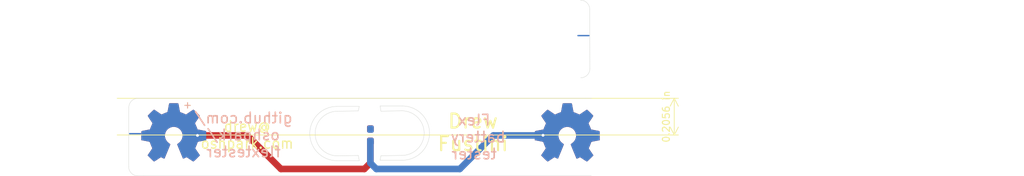
<source format=kicad_pcb>
(kicad_pcb (version 20200614) (host pcbnew "(5.99.0-1976-g55c0bd7ae)")

  (general
    (thickness 0.1)
    (drawings 54)
    (tracks 12)
    (modules 10)
    (nets 3)
  )

  (paper "A4")
  (layers
    (0 "F.Cu" signal)
    (31 "B.Cu" signal)
    (32 "B.Adhes" user)
    (33 "F.Adhes" user)
    (34 "B.Paste" user)
    (35 "F.Paste" user)
    (36 "B.SilkS" user)
    (37 "F.SilkS" user)
    (38 "B.Mask" user)
    (39 "F.Mask" user)
    (40 "Dwgs.User" user)
    (41 "Cmts.User" user)
    (42 "Eco1.User" user)
    (43 "Eco2.User" user)
    (44 "Edge.Cuts" user)
    (45 "Margin" user)
    (46 "B.CrtYd" user)
    (47 "F.CrtYd" user)
    (48 "B.Fab" user)
    (49 "F.Fab" user)
  )

  (setup
    (last_trace_width 0.25)
    (trace_clearance 0.2)
    (zone_clearance 0.2)
    (zone_45_only no)
    (trace_min 0.2)
    (clearance_min 0)
    (via_min_annulus 0.05)
    (via_min_size 0.4)
    (through_hole_min 0.3)
    (hole_to_hole_min 0.25)
    (via_size 0.8)
    (via_drill 0.4)
    (uvia_size 0.3)
    (uvia_drill 0.1)
    (uvias_allowed no)
    (uvia_min_size 0.2)
    (uvia_min_drill 0.1)
    (max_error 0.005)
    (defaults
      (edge_clearance 0.01)
      (edge_cuts_line_width 0.05)
      (courtyard_line_width 0.05)
      (copper_line_width 0.2)
      (copper_text_dims (size 1.5 1.5) (thickness 0.3))
      (silk_line_width 0.12)
      (silk_text_dims (size 1 1) (thickness 0.15))
      (fab_layers_line_width 0.1)
      (fab_layers_text_dims (size 1 1) (thickness 0.15))
      (other_layers_line_width 0.1)
      (other_layers_text_dims (size 1 1) (thickness 0.15))
      (dimension_units 0)
      (dimension_precision 1)
    )
    (pad_size 8.128 8.128)
    (pad_drill 1.524)
    (pad_to_mask_clearance 0.051)
    (solder_mask_min_width 0.25)
    (aux_axis_origin 0 0)
    (visible_elements FFFFFF7F)
    (pcbplotparams
      (layerselection 0x010fc_ffffffff)
      (usegerberextensions false)
      (usegerberattributes false)
      (usegerberadvancedattributes false)
      (creategerberjobfile false)
      (svguseinch false)
      (svgprecision 6)
      (excludeedgelayer true)
      (linewidth 0.100000)
      (plotframeref false)
      (viasonmask false)
      (mode 1)
      (useauxorigin false)
      (hpglpennumber 1)
      (hpglpenspeed 20)
      (hpglpendiameter 15.000000)
      (psnegative false)
      (psa4output false)
      (plotreference true)
      (plotvalue true)
      (plotinvisibletext false)
      (sketchpadsonfab false)
      (subtractmaskfromsilk false)
      (outputformat 1)
      (mirror false)
      (drillshape 0)
      (scaleselection 1)
      (outputdirectory "")
    )
  )

  (net 0 "")
  (net 1 "GND")
  (net 2 "+3V3")

  (net_class "Default" "This is the default net class."
    (clearance 0.2)
    (trace_width 0.25)
    (via_dia 0.8)
    (via_drill 0.4)
    (uvia_dia 0.3)
    (uvia_drill 0.1)
    (add_net "+3V3")
    (add_net "GND")
  )

  (module "afterdark:OSHW-Logo2_14.6x12mm_Copper" (layer "F.Cu") (tedit 5EE7B64F) (tstamp 789e9d27-f4ef-474b-ba10-c6e5f1aa03d9)
    (at 181.27 96.5)
    (descr "Open Source Hardware Symbol")
    (tags "Logo Symbol OSHW")
    (attr virtual)
    (fp_text reference "J2" (at 0 0) (layer "F.SilkS") hide
      (effects (font (size 1 1) (thickness 0.15)))
    )
    (fp_text value "Conn_01x01_Female" (at 0.75 0) (layer "F.Fab") hide
      (effects (font (size 1 1) (thickness 0.15)))
    )
    (fp_poly (pts (xy 0.209014 -5.547002) (xy 0.367006 -5.546137) (xy 0.481347 -5.543795) (xy 0.559407 -5.539238)
      (xy 0.608554 -5.53173) (xy 0.636159 -5.520534) (xy 0.649592 -5.504912) (xy 0.656221 -5.484127)
      (xy 0.656865 -5.481437) (xy 0.666935 -5.432887) (xy 0.685575 -5.337095) (xy 0.710845 -5.204257)
      (xy 0.740807 -5.044569) (xy 0.773522 -4.868226) (xy 0.774664 -4.862033) (xy 0.807433 -4.689218)
      (xy 0.838093 -4.536531) (xy 0.864664 -4.413129) (xy 0.885167 -4.328169) (xy 0.897626 -4.29081)
      (xy 0.89822 -4.290148) (xy 0.934919 -4.271905) (xy 1.010586 -4.241503) (xy 1.108878 -4.205507)
      (xy 1.109425 -4.205315) (xy 1.233233 -4.158778) (xy 1.379196 -4.099496) (xy 1.516781 -4.039891)
      (xy 1.523293 -4.036944) (xy 1.74739 -3.935235) (xy 2.243619 -4.274103) (xy 2.395846 -4.377408)
      (xy 2.533741 -4.469763) (xy 2.649315 -4.545916) (xy 2.734579 -4.600615) (xy 2.781544 -4.628607)
      (xy 2.786004 -4.630683) (xy 2.820134 -4.62144) (xy 2.883881 -4.576844) (xy 2.979731 -4.494791)
      (xy 3.110169 -4.373179) (xy 3.243328 -4.243795) (xy 3.371694 -4.116298) (xy 3.486581 -3.999954)
      (xy 3.581073 -3.901948) (xy 3.648253 -3.829464) (xy 3.681206 -3.789687) (xy 3.682432 -3.787639)
      (xy 3.686074 -3.760344) (xy 3.67235 -3.715766) (xy 3.637869 -3.647888) (xy 3.579239 -3.550689)
      (xy 3.49307 -3.418149) (xy 3.3782 -3.247524) (xy 3.276254 -3.097345) (xy 3.185123 -2.96265)
      (xy 3.110073 -2.85126) (xy 3.056369 -2.770995) (xy 3.02928 -2.729675) (xy 3.027574 -2.72687)
      (xy 3.030882 -2.687279) (xy 3.055953 -2.610331) (xy 3.097798 -2.510568) (xy 3.112712 -2.478709)
      (xy 3.177786 -2.336774) (xy 3.247212 -2.175727) (xy 3.303609 -2.036379) (xy 3.344247 -1.932956)
      (xy 3.376526 -1.854358) (xy 3.395178 -1.81328) (xy 3.397497 -1.810115) (xy 3.431803 -1.804872)
      (xy 3.512669 -1.790506) (xy 3.629343 -1.769063) (xy 3.771075 -1.742587) (xy 3.92711 -1.713123)
      (xy 4.086698 -1.682717) (xy 4.239085 -1.653412) (xy 4.373521 -1.627255) (xy 4.479252 -1.60629)
      (xy 4.545526 -1.592561) (xy 4.561782 -1.58868) (xy 4.578573 -1.5791) (xy 4.591249 -1.557464)
      (xy 4.600378 -1.516469) (xy 4.606531 -1.448811) (xy 4.61028 -1.347188) (xy 4.612192 -1.204297)
      (xy 4.61284 -1.012835) (xy 4.612874 -0.934355) (xy 4.612874 -0.296094) (xy 4.459598 -0.26584)
      (xy 4.374322 -0.249436) (xy 4.24707 -0.225491) (xy 4.093315 -0.196893) (xy 3.928534 -0.166533)
      (xy 3.882989 -0.158194) (xy 3.730932 -0.12863) (xy 3.598468 -0.099558) (xy 3.496714 -0.073671)
      (xy 3.436788 -0.053663) (xy 3.426805 -0.047699) (xy 3.402293 -0.005466) (xy 3.367148 0.07637)
      (xy 3.328173 0.181683) (xy 3.320442 0.204368) (xy 3.26936 0.345018) (xy 3.205954 0.503714)
      (xy 3.143904 0.646225) (xy 3.143598 0.646886) (xy 3.040267 0.87044) (xy 3.719961 1.870232)
      (xy 3.283621 2.3073) (xy 3.151649 2.437381) (xy 3.031279 2.552048) (xy 2.929273 2.645181)
      (xy 2.852391 2.710658) (xy 2.807393 2.742357) (xy 2.800938 2.744368) (xy 2.76304 2.728529)
      (xy 2.685708 2.684496) (xy 2.577389 2.61749) (xy 2.446532 2.532734) (xy 2.305052 2.437816)
      (xy 2.161461 2.340998) (xy 2.033435 2.256751) (xy 1.929105 2.190258) (xy 1.8566 2.146702)
      (xy 1.824158 2.131264) (xy 1.784576 2.144328) (xy 1.709519 2.17875) (xy 1.614468 2.22738)
      (xy 1.604392 2.232785) (xy 1.476391 2.29698) (xy 1.388618 2.328463) (xy 1.334028 2.328798)
      (xy 1.305575 2.299548) (xy 1.30541 2.299138) (xy 1.291188 2.264498) (xy 1.257269 2.182269)
      (xy 1.206284 2.058814) (xy 1.140862 1.900498) (xy 1.063634 1.713686) (xy 0.977229 1.504742)
      (xy 0.893551 1.302446) (xy 0.801588 1.0792) (xy 0.71715 0.872392) (xy 0.642769 0.688362)
      (xy 0.580974 0.533451) (xy 0.534297 0.413996) (xy 0.505268 0.336339) (xy 0.496322 0.307356)
      (xy 0.518756 0.27411) (xy 0.577439 0.221123) (xy 0.655689 0.162704) (xy 0.878534 -0.022048)
      (xy 1.052718 -0.233818) (xy 1.176154 -0.468144) (xy 1.246754 -0.720566) (xy 1.262431 -0.986623)
      (xy 1.251036 -1.109425) (xy 1.18895 -1.364207) (xy 1.082023 -1.589199) (xy 0.936889 -1.782183)
      (xy 0.760178 -1.940939) (xy 0.558522 -2.06325) (xy 0.338554 -2.146895) (xy 0.106906 -2.189656)
      (xy -0.129791 -2.189313) (xy -0.364905 -2.143648) (xy -0.591804 -2.050441) (xy -0.803856 -1.907473)
      (xy -0.892364 -1.826617) (xy -1.062111 -1.618993) (xy -1.180301 -1.392105) (xy -1.247722 -1.152567)
      (xy -1.26516 -0.906993) (xy -1.233402 -0.661997) (xy -1.153235 -0.424192) (xy -1.025445 -0.200193)
      (xy -0.85082 0.003387) (xy -0.655688 0.162704) (xy -0.574409 0.223602) (xy -0.516991 0.276015)
      (xy -0.496322 0.307406) (xy -0.507144 0.341639) (xy -0.537923 0.423419) (xy -0.586126 0.546407)
      (xy -0.649222 0.704263) (xy -0.724678 0.890649) (xy -0.809962 1.099226) (xy -0.893781 1.302496)
      (xy -0.986255 1.525933) (xy -1.071911 1.732984) (xy -1.148118 1.917286) (xy -1.212247 2.072475)
      (xy -1.261668 2.192188) (xy -1.293752 2.270061) (xy -1.305641 2.299138) (xy -1.333726 2.328677)
      (xy -1.388051 2.328591) (xy -1.475605 2.297326) (xy -1.603381 2.233329) (xy -1.604392 2.232785)
      (xy -1.700598 2.183121) (xy -1.778369 2.146945) (xy -1.822223 2.131408) (xy -1.824158 2.131264)
      (xy -1.857171 2.147024) (xy -1.930054 2.19085) (xy -2.034678 2.257557) (xy -2.16291 2.341964)
      (xy -2.305052 2.437816) (xy -2.449767 2.534867) (xy -2.580196 2.61927) (xy -2.68789 2.685801)
      (xy -2.764402 2.729238) (xy -2.800938 2.744368) (xy -2.834582 2.724482) (xy -2.902224 2.668903)
      (xy -2.997107 2.583754) (xy -3.11247 2.475153) (xy -3.241555 2.349221) (xy -3.283771 2.307149)
      (xy -3.720261 1.869931) (xy -3.388023 1.38234) (xy -3.287054 1.232605) (xy -3.198438 1.09822)
      (xy -3.127146 0.986969) (xy -3.07815 0.906639) (xy -3.056422 0.865014) (xy -3.055785 0.862053)
      (xy -3.06724 0.822818) (xy -3.098051 0.743895) (xy -3.142884 0.638509) (xy -3.174353 0.567954)
      (xy -3.233192 0.432876) (xy -3.288604 0.296409) (xy -3.331564 0.181103) (xy -3.343234 0.145977)
      (xy -3.376389 0.052174) (xy -3.408799 -0.020306) (xy -3.426601 -0.047699) (xy -3.465886 -0.064464)
      (xy -3.551626 -0.08823) (xy -3.672697 -0.116303) (xy -3.817973 -0.145991) (xy -3.882988 -0.158194)
      (xy -4.048087 -0.188532) (xy -4.206448 -0.217907) (xy -4.342596 -0.243431) (xy -4.441057 -0.262215)
      (xy -4.459598 -0.26584) (xy -4.612873 -0.296094) (xy -4.612873 -0.934355) (xy -4.612529 -1.14423)
      (xy -4.611116 -1.30302) (xy -4.608064 -1.418027) (xy -4.602803 -1.496554) (xy -4.594763 -1.545904)
      (xy -4.583373 -1.573381) (xy -4.568063 -1.586287) (xy -4.561782 -1.58868) (xy -4.523896 -1.597167)
      (xy -4.440195 -1.6141) (xy -4.321433 -1.637434) (xy -4.178361 -1.665125) (xy -4.021732 -1.695127)
      (xy -3.862297 -1.725396) (xy -3.710809 -1.753885) (xy -3.578019 -1.778551) (xy -3.474681 -1.797349)
      (xy -3.411545 -1.808233) (xy -3.397497 -1.810115) (xy -3.38477 -1.835296) (xy -3.3566 -1.902378)
      (xy -3.318252 -1.998667) (xy -3.303609 -2.036379) (xy -3.244548 -2.182079) (xy -3.175 -2.343049)
      (xy -3.112712 -2.478709) (xy -3.066879 -2.582439) (xy -3.036387 -2.667674) (xy -3.026208 -2.719874)
      (xy -3.027831 -2.72687) (xy -3.049343 -2.759898) (xy -3.098465 -2.833357) (xy -3.169923 -2.939423)
      (xy -3.258445 -3.070274) (xy -3.358759 -3.218088) (xy -3.378594 -3.247266) (xy -3.494988 -3.420137)
      (xy -3.580548 -3.551774) (xy -3.638684 -3.648239) (xy -3.672808 -3.715592) (xy -3.686331 -3.759894)
      (xy -3.682664 -3.787206) (xy -3.68257 -3.78738) (xy -3.653707 -3.823254) (xy -3.589867 -3.892609)
      (xy -3.497969 -3.988255) (xy -3.384933 -4.103001) (xy -3.257679 -4.229659) (xy -3.243328 -4.243795)
      (xy -3.082957 -4.399097) (xy -2.959195 -4.51313) (xy -2.869555 -4.587998) (xy -2.811552 -4.625804)
      (xy -2.786004 -4.630683) (xy -2.748718 -4.609397) (xy -2.671343 -4.560227) (xy -2.561867 -4.488425)
      (xy -2.42828 -4.399245) (xy -2.27857 -4.297937) (xy -2.243618 -4.274103) (xy -1.74739 -3.935235)
      (xy -1.523293 -4.036944) (xy -1.387011 -4.096217) (xy -1.240724 -4.15583) (xy -1.114965 -4.20336)
      (xy -1.109425 -4.205315) (xy -1.011057 -4.241323) (xy -0.935229 -4.271771) (xy -0.898282 -4.290095)
      (xy -0.89822 -4.290148) (xy -0.886496 -4.323271) (xy -0.866568 -4.404733) (xy -0.840413 -4.525375)
      (xy -0.81001 -4.676041) (xy -0.777337 -4.847572) (xy -0.774664 -4.862033) (xy -0.74189 -5.038765)
      (xy -0.711802 -5.19919) (xy -0.686339 -5.333112) (xy -0.667441 -5.430337) (xy -0.657047 -5.480668)
      (xy -0.656865 -5.481437) (xy -0.650539 -5.502847) (xy -0.638239 -5.519012) (xy -0.612594 -5.530669)
      (xy -0.566235 -5.538555) (xy -0.491792 -5.543407) (xy -0.381895 -5.545961) (xy -0.229175 -5.546955)
      (xy -0.026262 -5.547126) (xy 0 -5.547126) (xy 0.209014 -5.547002)) (layer "F.Cu") (width 0.01))
  )

  (module "afterdark:OSHW-Logo2_14.6x12mm_Copper" (layer "B.Cu") (tedit 5EE237ED) (tstamp 6ed02135-3473-48d5-a5cb-6956aa02c5e8)
    (at 181.28 96.5 180)
    (descr "Open Source Hardware Symbol")
    (tags "Logo Symbol OSHW")
    (attr virtual)
    (fp_text reference "J2" (at 0 0) (layer "B.SilkS") hide
      (effects (font (size 1 1) (thickness 0.15)) (justify mirror))
    )
    (fp_text value "Conn_01x01_Female" (at 0.75 0) (layer "B.Fab") hide
      (effects (font (size 1 1) (thickness 0.15)) (justify mirror))
    )
    (fp_poly (pts (xy 0.209014 5.547002) (xy 0.367006 5.546137) (xy 0.481347 5.543795) (xy 0.559407 5.539238)
      (xy 0.608554 5.53173) (xy 0.636159 5.520534) (xy 0.649592 5.504912) (xy 0.656221 5.484127)
      (xy 0.656865 5.481437) (xy 0.666935 5.432887) (xy 0.685575 5.337095) (xy 0.710845 5.204257)
      (xy 0.740807 5.044569) (xy 0.773522 4.868226) (xy 0.774664 4.862033) (xy 0.807433 4.689218)
      (xy 0.838093 4.536531) (xy 0.864664 4.413129) (xy 0.885167 4.328169) (xy 0.897626 4.29081)
      (xy 0.89822 4.290148) (xy 0.934919 4.271905) (xy 1.010586 4.241503) (xy 1.108878 4.205507)
      (xy 1.109425 4.205315) (xy 1.233233 4.158778) (xy 1.379196 4.099496) (xy 1.516781 4.039891)
      (xy 1.523293 4.036944) (xy 1.74739 3.935235) (xy 2.243619 4.274103) (xy 2.395846 4.377408)
      (xy 2.533741 4.469763) (xy 2.649315 4.545916) (xy 2.734579 4.600615) (xy 2.781544 4.628607)
      (xy 2.786004 4.630683) (xy 2.820134 4.62144) (xy 2.883881 4.576844) (xy 2.979731 4.494791)
      (xy 3.110169 4.373179) (xy 3.243328 4.243795) (xy 3.371694 4.116298) (xy 3.486581 3.999954)
      (xy 3.581073 3.901948) (xy 3.648253 3.829464) (xy 3.681206 3.789687) (xy 3.682432 3.787639)
      (xy 3.686074 3.760344) (xy 3.67235 3.715766) (xy 3.637869 3.647888) (xy 3.579239 3.550689)
      (xy 3.49307 3.418149) (xy 3.3782 3.247524) (xy 3.276254 3.097345) (xy 3.185123 2.96265)
      (xy 3.110073 2.85126) (xy 3.056369 2.770995) (xy 3.02928 2.729675) (xy 3.027574 2.72687)
      (xy 3.030882 2.687279) (xy 3.055953 2.610331) (xy 3.097798 2.510568) (xy 3.112712 2.478709)
      (xy 3.177786 2.336774) (xy 3.247212 2.175727) (xy 3.303609 2.036379) (xy 3.344247 1.932956)
      (xy 3.376526 1.854358) (xy 3.395178 1.81328) (xy 3.397497 1.810115) (xy 3.431803 1.804872)
      (xy 3.512669 1.790506) (xy 3.629343 1.769063) (xy 3.771075 1.742587) (xy 3.92711 1.713123)
      (xy 4.086698 1.682717) (xy 4.239085 1.653412) (xy 4.373521 1.627255) (xy 4.479252 1.60629)
      (xy 4.545526 1.592561) (xy 4.561782 1.58868) (xy 4.578573 1.5791) (xy 4.591249 1.557464)
      (xy 4.600378 1.516469) (xy 4.606531 1.448811) (xy 4.61028 1.347188) (xy 4.612192 1.204297)
      (xy 4.61284 1.012835) (xy 4.612874 0.934355) (xy 4.612874 0.296094) (xy 4.459598 0.26584)
      (xy 4.374322 0.249436) (xy 4.24707 0.225491) (xy 4.093315 0.196893) (xy 3.928534 0.166533)
      (xy 3.882989 0.158194) (xy 3.730932 0.12863) (xy 3.598468 0.099558) (xy 3.496714 0.073671)
      (xy 3.436788 0.053663) (xy 3.426805 0.047699) (xy 3.402293 0.005466) (xy 3.367148 -0.07637)
      (xy 3.328173 -0.181683) (xy 3.320442 -0.204368) (xy 3.26936 -0.345018) (xy 3.205954 -0.503714)
      (xy 3.143904 -0.646225) (xy 3.143598 -0.646886) (xy 3.040267 -0.87044) (xy 3.719961 -1.870232)
      (xy 3.283621 -2.3073) (xy 3.151649 -2.437381) (xy 3.031279 -2.552048) (xy 2.929273 -2.645181)
      (xy 2.852391 -2.710658) (xy 2.807393 -2.742357) (xy 2.800938 -2.744368) (xy 2.76304 -2.728529)
      (xy 2.685708 -2.684496) (xy 2.577389 -2.61749) (xy 2.446532 -2.532734) (xy 2.305052 -2.437816)
      (xy 2.161461 -2.340998) (xy 2.033435 -2.256751) (xy 1.929105 -2.190258) (xy 1.8566 -2.146702)
      (xy 1.824158 -2.131264) (xy 1.784576 -2.144328) (xy 1.709519 -2.17875) (xy 1.614468 -2.22738)
      (xy 1.604392 -2.232785) (xy 1.476391 -2.29698) (xy 1.388618 -2.328463) (xy 1.334028 -2.328798)
      (xy 1.305575 -2.299548) (xy 1.30541 -2.299138) (xy 1.291188 -2.264498) (xy 1.257269 -2.182269)
      (xy 1.206284 -2.058814) (xy 1.140862 -1.900498) (xy 1.063634 -1.713686) (xy 0.977229 -1.504742)
      (xy 0.893551 -1.302446) (xy 0.801588 -1.0792) (xy 0.71715 -0.872392) (xy 0.642769 -0.688362)
      (xy 0.580974 -0.533451) (xy 0.534297 -0.413996) (xy 0.505268 -0.336339) (xy 0.496322 -0.307356)
      (xy 0.518756 -0.27411) (xy 0.577439 -0.221123) (xy 0.655689 -0.162704) (xy 0.878534 0.022048)
      (xy 1.052718 0.233818) (xy 1.176154 0.468144) (xy 1.246754 0.720566) (xy 1.262431 0.986623)
      (xy 1.251036 1.109425) (xy 1.18895 1.364207) (xy 1.082023 1.589199) (xy 0.936889 1.782183)
      (xy 0.760178 1.940939) (xy 0.558522 2.06325) (xy 0.338554 2.146895) (xy 0.106906 2.189656)
      (xy -0.129791 2.189313) (xy -0.364905 2.143648) (xy -0.591804 2.050441) (xy -0.803856 1.907473)
      (xy -0.892364 1.826617) (xy -1.062111 1.618993) (xy -1.180301 1.392105) (xy -1.247722 1.152567)
      (xy -1.26516 0.906993) (xy -1.233402 0.661997) (xy -1.153235 0.424192) (xy -1.025445 0.200193)
      (xy -0.85082 -0.003387) (xy -0.655688 -0.162704) (xy -0.574409 -0.223602) (xy -0.516991 -0.276015)
      (xy -0.496322 -0.307406) (xy -0.507144 -0.341639) (xy -0.537923 -0.423419) (xy -0.586126 -0.546407)
      (xy -0.649222 -0.704263) (xy -0.724678 -0.890649) (xy -0.809962 -1.099226) (xy -0.893781 -1.302496)
      (xy -0.986255 -1.525933) (xy -1.071911 -1.732984) (xy -1.148118 -1.917286) (xy -1.212247 -2.072475)
      (xy -1.261668 -2.192188) (xy -1.293752 -2.270061) (xy -1.305641 -2.299138) (xy -1.333726 -2.328677)
      (xy -1.388051 -2.328591) (xy -1.475605 -2.297326) (xy -1.603381 -2.233329) (xy -1.604392 -2.232785)
      (xy -1.700598 -2.183121) (xy -1.778369 -2.146945) (xy -1.822223 -2.131408) (xy -1.824158 -2.131264)
      (xy -1.857171 -2.147024) (xy -1.930054 -2.19085) (xy -2.034678 -2.257557) (xy -2.16291 -2.341964)
      (xy -2.305052 -2.437816) (xy -2.449767 -2.534867) (xy -2.580196 -2.61927) (xy -2.68789 -2.685801)
      (xy -2.764402 -2.729238) (xy -2.800938 -2.744368) (xy -2.834582 -2.724482) (xy -2.902224 -2.668903)
      (xy -2.997107 -2.583754) (xy -3.11247 -2.475153) (xy -3.241555 -2.349221) (xy -3.283771 -2.307149)
      (xy -3.720261 -1.869931) (xy -3.388023 -1.38234) (xy -3.287054 -1.232605) (xy -3.198438 -1.09822)
      (xy -3.127146 -0.986969) (xy -3.07815 -0.906639) (xy -3.056422 -0.865014) (xy -3.055785 -0.862053)
      (xy -3.06724 -0.822818) (xy -3.098051 -0.743895) (xy -3.142884 -0.638509) (xy -3.174353 -0.567954)
      (xy -3.233192 -0.432876) (xy -3.288604 -0.296409) (xy -3.331564 -0.181103) (xy -3.343234 -0.145977)
      (xy -3.376389 -0.052174) (xy -3.408799 0.020306) (xy -3.426601 0.047699) (xy -3.465886 0.064464)
      (xy -3.551626 0.08823) (xy -3.672697 0.116303) (xy -3.817973 0.145991) (xy -3.882988 0.158194)
      (xy -4.048087 0.188532) (xy -4.206448 0.217907) (xy -4.342596 0.243431) (xy -4.441057 0.262215)
      (xy -4.459598 0.26584) (xy -4.612873 0.296094) (xy -4.612873 0.934355) (xy -4.612529 1.14423)
      (xy -4.611116 1.30302) (xy -4.608064 1.418027) (xy -4.602803 1.496554) (xy -4.594763 1.545904)
      (xy -4.583373 1.573381) (xy -4.568063 1.586287) (xy -4.561782 1.58868) (xy -4.523896 1.597167)
      (xy -4.440195 1.6141) (xy -4.321433 1.637434) (xy -4.178361 1.665125) (xy -4.021732 1.695127)
      (xy -3.862297 1.725396) (xy -3.710809 1.753885) (xy -3.578019 1.778551) (xy -3.474681 1.797349)
      (xy -3.411545 1.808233) (xy -3.397497 1.810115) (xy -3.38477 1.835296) (xy -3.3566 1.902378)
      (xy -3.318252 1.998667) (xy -3.303609 2.036379) (xy -3.244548 2.182079) (xy -3.175 2.343049)
      (xy -3.112712 2.478709) (xy -3.066879 2.582439) (xy -3.036387 2.667674) (xy -3.026208 2.719874)
      (xy -3.027831 2.72687) (xy -3.049343 2.759898) (xy -3.098465 2.833357) (xy -3.169923 2.939423)
      (xy -3.258445 3.070274) (xy -3.358759 3.218088) (xy -3.378594 3.247266) (xy -3.494988 3.420137)
      (xy -3.580548 3.551774) (xy -3.638684 3.648239) (xy -3.672808 3.715592) (xy -3.686331 3.759894)
      (xy -3.682664 3.787206) (xy -3.68257 3.78738) (xy -3.653707 3.823254) (xy -3.589867 3.892609)
      (xy -3.497969 3.988255) (xy -3.384933 4.103001) (xy -3.257679 4.229659) (xy -3.243328 4.243795)
      (xy -3.082957 4.399097) (xy -2.959195 4.51313) (xy -2.869555 4.587998) (xy -2.811552 4.625804)
      (xy -2.786004 4.630683) (xy -2.748718 4.609397) (xy -2.671343 4.560227) (xy -2.561867 4.488425)
      (xy -2.42828 4.399245) (xy -2.27857 4.297937) (xy -2.243618 4.274103) (xy -1.74739 3.935235)
      (xy -1.523293 4.036944) (xy -1.387011 4.096217) (xy -1.240724 4.15583) (xy -1.114965 4.20336)
      (xy -1.109425 4.205315) (xy -1.011057 4.241323) (xy -0.935229 4.271771) (xy -0.898282 4.290095)
      (xy -0.89822 4.290148) (xy -0.886496 4.323271) (xy -0.866568 4.404733) (xy -0.840413 4.525375)
      (xy -0.81001 4.676041) (xy -0.777337 4.847572) (xy -0.774664 4.862033) (xy -0.74189 5.038765)
      (xy -0.711802 5.19919) (xy -0.686339 5.333112) (xy -0.667441 5.430337) (xy -0.657047 5.480668)
      (xy -0.656865 5.481437) (xy -0.650539 5.502847) (xy -0.638239 5.519012) (xy -0.612594 5.530669)
      (xy -0.566235 5.538555) (xy -0.491792 5.543407) (xy -0.381895 5.545961) (xy -0.229175 5.546955)
      (xy -0.026262 5.547126) (xy 0 5.547126) (xy 0.209014 5.547002)) (layer "B.Mask") (width 0.01))
  )

  (module "afterdark:OSHW-Logo2_14.6x12mm_Copper" (layer "B.Cu") (tedit 5EE7B62B) (tstamp cb3457e2-cfe7-4028-a8e2-64299d725566)
    (at 181.27 96.5 180)
    (descr "Open Source Hardware Symbol")
    (tags "Logo Symbol OSHW")
    (attr virtual)
    (fp_text reference "J2" (at 0 0) (layer "B.SilkS") hide
      (effects (font (size 1 1) (thickness 0.15)) (justify mirror))
    )
    (fp_text value "Conn_01x01_Female" (at 0.75 0) (layer "B.Fab") hide
      (effects (font (size 1 1) (thickness 0.15)) (justify mirror))
    )
    (fp_poly (pts (xy 0.209014 5.547002) (xy 0.367006 5.546137) (xy 0.481347 5.543795) (xy 0.559407 5.539238)
      (xy 0.608554 5.53173) (xy 0.636159 5.520534) (xy 0.649592 5.504912) (xy 0.656221 5.484127)
      (xy 0.656865 5.481437) (xy 0.666935 5.432887) (xy 0.685575 5.337095) (xy 0.710845 5.204257)
      (xy 0.740807 5.044569) (xy 0.773522 4.868226) (xy 0.774664 4.862033) (xy 0.807433 4.689218)
      (xy 0.838093 4.536531) (xy 0.864664 4.413129) (xy 0.885167 4.328169) (xy 0.897626 4.29081)
      (xy 0.89822 4.290148) (xy 0.934919 4.271905) (xy 1.010586 4.241503) (xy 1.108878 4.205507)
      (xy 1.109425 4.205315) (xy 1.233233 4.158778) (xy 1.379196 4.099496) (xy 1.516781 4.039891)
      (xy 1.523293 4.036944) (xy 1.74739 3.935235) (xy 2.243619 4.274103) (xy 2.395846 4.377408)
      (xy 2.533741 4.469763) (xy 2.649315 4.545916) (xy 2.734579 4.600615) (xy 2.781544 4.628607)
      (xy 2.786004 4.630683) (xy 2.820134 4.62144) (xy 2.883881 4.576844) (xy 2.979731 4.494791)
      (xy 3.110169 4.373179) (xy 3.243328 4.243795) (xy 3.371694 4.116298) (xy 3.486581 3.999954)
      (xy 3.581073 3.901948) (xy 3.648253 3.829464) (xy 3.681206 3.789687) (xy 3.682432 3.787639)
      (xy 3.686074 3.760344) (xy 3.67235 3.715766) (xy 3.637869 3.647888) (xy 3.579239 3.550689)
      (xy 3.49307 3.418149) (xy 3.3782 3.247524) (xy 3.276254 3.097345) (xy 3.185123 2.96265)
      (xy 3.110073 2.85126) (xy 3.056369 2.770995) (xy 3.02928 2.729675) (xy 3.027574 2.72687)
      (xy 3.030882 2.687279) (xy 3.055953 2.610331) (xy 3.097798 2.510568) (xy 3.112712 2.478709)
      (xy 3.177786 2.336774) (xy 3.247212 2.175727) (xy 3.303609 2.036379) (xy 3.344247 1.932956)
      (xy 3.376526 1.854358) (xy 3.395178 1.81328) (xy 3.397497 1.810115) (xy 3.431803 1.804872)
      (xy 3.512669 1.790506) (xy 3.629343 1.769063) (xy 3.771075 1.742587) (xy 3.92711 1.713123)
      (xy 4.086698 1.682717) (xy 4.239085 1.653412) (xy 4.373521 1.627255) (xy 4.479252 1.60629)
      (xy 4.545526 1.592561) (xy 4.561782 1.58868) (xy 4.578573 1.5791) (xy 4.591249 1.557464)
      (xy 4.600378 1.516469) (xy 4.606531 1.448811) (xy 4.61028 1.347188) (xy 4.612192 1.204297)
      (xy 4.61284 1.012835) (xy 4.612874 0.934355) (xy 4.612874 0.296094) (xy 4.459598 0.26584)
      (xy 4.374322 0.249436) (xy 4.24707 0.225491) (xy 4.093315 0.196893) (xy 3.928534 0.166533)
      (xy 3.882989 0.158194) (xy 3.730932 0.12863) (xy 3.598468 0.099558) (xy 3.496714 0.073671)
      (xy 3.436788 0.053663) (xy 3.426805 0.047699) (xy 3.402293 0.005466) (xy 3.367148 -0.07637)
      (xy 3.328173 -0.181683) (xy 3.320442 -0.204368) (xy 3.26936 -0.345018) (xy 3.205954 -0.503714)
      (xy 3.143904 -0.646225) (xy 3.143598 -0.646886) (xy 3.040267 -0.87044) (xy 3.719961 -1.870232)
      (xy 3.283621 -2.3073) (xy 3.151649 -2.437381) (xy 3.031279 -2.552048) (xy 2.929273 -2.645181)
      (xy 2.852391 -2.710658) (xy 2.807393 -2.742357) (xy 2.800938 -2.744368) (xy 2.76304 -2.728529)
      (xy 2.685708 -2.684496) (xy 2.577389 -2.61749) (xy 2.446532 -2.532734) (xy 2.305052 -2.437816)
      (xy 2.161461 -2.340998) (xy 2.033435 -2.256751) (xy 1.929105 -2.190258) (xy 1.8566 -2.146702)
      (xy 1.824158 -2.131264) (xy 1.784576 -2.144328) (xy 1.709519 -2.17875) (xy 1.614468 -2.22738)
      (xy 1.604392 -2.232785) (xy 1.476391 -2.29698) (xy 1.388618 -2.328463) (xy 1.334028 -2.328798)
      (xy 1.305575 -2.299548) (xy 1.30541 -2.299138) (xy 1.291188 -2.264498) (xy 1.257269 -2.182269)
      (xy 1.206284 -2.058814) (xy 1.140862 -1.900498) (xy 1.063634 -1.713686) (xy 0.977229 -1.504742)
      (xy 0.893551 -1.302446) (xy 0.801588 -1.0792) (xy 0.71715 -0.872392) (xy 0.642769 -0.688362)
      (xy 0.580974 -0.533451) (xy 0.534297 -0.413996) (xy 0.505268 -0.336339) (xy 0.496322 -0.307356)
      (xy 0.518756 -0.27411) (xy 0.577439 -0.221123) (xy 0.655689 -0.162704) (xy 0.878534 0.022048)
      (xy 1.052718 0.233818) (xy 1.176154 0.468144) (xy 1.246754 0.720566) (xy 1.262431 0.986623)
      (xy 1.251036 1.109425) (xy 1.18895 1.364207) (xy 1.082023 1.589199) (xy 0.936889 1.782183)
      (xy 0.760178 1.940939) (xy 0.558522 2.06325) (xy 0.338554 2.146895) (xy 0.106906 2.189656)
      (xy -0.129791 2.189313) (xy -0.364905 2.143648) (xy -0.591804 2.050441) (xy -0.803856 1.907473)
      (xy -0.892364 1.826617) (xy -1.062111 1.618993) (xy -1.180301 1.392105) (xy -1.247722 1.152567)
      (xy -1.26516 0.906993) (xy -1.233402 0.661997) (xy -1.153235 0.424192) (xy -1.025445 0.200193)
      (xy -0.85082 -0.003387) (xy -0.655688 -0.162704) (xy -0.574409 -0.223602) (xy -0.516991 -0.276015)
      (xy -0.496322 -0.307406) (xy -0.507144 -0.341639) (xy -0.537923 -0.423419) (xy -0.586126 -0.546407)
      (xy -0.649222 -0.704263) (xy -0.724678 -0.890649) (xy -0.809962 -1.099226) (xy -0.893781 -1.302496)
      (xy -0.986255 -1.525933) (xy -1.071911 -1.732984) (xy -1.148118 -1.917286) (xy -1.212247 -2.072475)
      (xy -1.261668 -2.192188) (xy -1.293752 -2.270061) (xy -1.305641 -2.299138) (xy -1.333726 -2.328677)
      (xy -1.388051 -2.328591) (xy -1.475605 -2.297326) (xy -1.603381 -2.233329) (xy -1.604392 -2.232785)
      (xy -1.700598 -2.183121) (xy -1.778369 -2.146945) (xy -1.822223 -2.131408) (xy -1.824158 -2.131264)
      (xy -1.857171 -2.147024) (xy -1.930054 -2.19085) (xy -2.034678 -2.257557) (xy -2.16291 -2.341964)
      (xy -2.305052 -2.437816) (xy -2.449767 -2.534867) (xy -2.580196 -2.61927) (xy -2.68789 -2.685801)
      (xy -2.764402 -2.729238) (xy -2.800938 -2.744368) (xy -2.834582 -2.724482) (xy -2.902224 -2.668903)
      (xy -2.997107 -2.583754) (xy -3.11247 -2.475153) (xy -3.241555 -2.349221) (xy -3.283771 -2.307149)
      (xy -3.720261 -1.869931) (xy -3.388023 -1.38234) (xy -3.287054 -1.232605) (xy -3.198438 -1.09822)
      (xy -3.127146 -0.986969) (xy -3.07815 -0.906639) (xy -3.056422 -0.865014) (xy -3.055785 -0.862053)
      (xy -3.06724 -0.822818) (xy -3.098051 -0.743895) (xy -3.142884 -0.638509) (xy -3.174353 -0.567954)
      (xy -3.233192 -0.432876) (xy -3.288604 -0.296409) (xy -3.331564 -0.181103) (xy -3.343234 -0.145977)
      (xy -3.376389 -0.052174) (xy -3.408799 0.020306) (xy -3.426601 0.047699) (xy -3.465886 0.064464)
      (xy -3.551626 0.08823) (xy -3.672697 0.116303) (xy -3.817973 0.145991) (xy -3.882988 0.158194)
      (xy -4.048087 0.188532) (xy -4.206448 0.217907) (xy -4.342596 0.243431) (xy -4.441057 0.262215)
      (xy -4.459598 0.26584) (xy -4.612873 0.296094) (xy -4.612873 0.934355) (xy -4.612529 1.14423)
      (xy -4.611116 1.30302) (xy -4.608064 1.418027) (xy -4.602803 1.496554) (xy -4.594763 1.545904)
      (xy -4.583373 1.573381) (xy -4.568063 1.586287) (xy -4.561782 1.58868) (xy -4.523896 1.597167)
      (xy -4.440195 1.6141) (xy -4.321433 1.637434) (xy -4.178361 1.665125) (xy -4.021732 1.695127)
      (xy -3.862297 1.725396) (xy -3.710809 1.753885) (xy -3.578019 1.778551) (xy -3.474681 1.797349)
      (xy -3.411545 1.808233) (xy -3.397497 1.810115) (xy -3.38477 1.835296) (xy -3.3566 1.902378)
      (xy -3.318252 1.998667) (xy -3.303609 2.036379) (xy -3.244548 2.182079) (xy -3.175 2.343049)
      (xy -3.112712 2.478709) (xy -3.066879 2.582439) (xy -3.036387 2.667674) (xy -3.026208 2.719874)
      (xy -3.027831 2.72687) (xy -3.049343 2.759898) (xy -3.098465 2.833357) (xy -3.169923 2.939423)
      (xy -3.258445 3.070274) (xy -3.358759 3.218088) (xy -3.378594 3.247266) (xy -3.494988 3.420137)
      (xy -3.580548 3.551774) (xy -3.638684 3.648239) (xy -3.672808 3.715592) (xy -3.686331 3.759894)
      (xy -3.682664 3.787206) (xy -3.68257 3.78738) (xy -3.653707 3.823254) (xy -3.589867 3.892609)
      (xy -3.497969 3.988255) (xy -3.384933 4.103001) (xy -3.257679 4.229659) (xy -3.243328 4.243795)
      (xy -3.082957 4.399097) (xy -2.959195 4.51313) (xy -2.869555 4.587998) (xy -2.811552 4.625804)
      (xy -2.786004 4.630683) (xy -2.748718 4.609397) (xy -2.671343 4.560227) (xy -2.561867 4.488425)
      (xy -2.42828 4.399245) (xy -2.27857 4.297937) (xy -2.243618 4.274103) (xy -1.74739 3.935235)
      (xy -1.523293 4.036944) (xy -1.387011 4.096217) (xy -1.240724 4.15583) (xy -1.114965 4.20336)
      (xy -1.109425 4.205315) (xy -1.011057 4.241323) (xy -0.935229 4.271771) (xy -0.898282 4.290095)
      (xy -0.89822 4.290148) (xy -0.886496 4.323271) (xy -0.866568 4.404733) (xy -0.840413 4.525375)
      (xy -0.81001 4.676041) (xy -0.777337 4.847572) (xy -0.774664 4.862033) (xy -0.74189 5.038765)
      (xy -0.711802 5.19919) (xy -0.686339 5.333112) (xy -0.667441 5.430337) (xy -0.657047 5.480668)
      (xy -0.656865 5.481437) (xy -0.650539 5.502847) (xy -0.638239 5.519012) (xy -0.612594 5.530669)
      (xy -0.566235 5.538555) (xy -0.491792 5.543407) (xy -0.381895 5.545961) (xy -0.229175 5.546955)
      (xy -0.026262 5.547126) (xy 0 5.547126) (xy 0.209014 5.547002)) (layer "B.Cu") (width 0.01))
  )

  (module "afterdark:OSHW-Logo2_14.6x12mm_Copper" (layer "F.Cu") (tedit 5EE237ED) (tstamp 12bcf61d-09e9-4f1a-9a9a-39b5b3ffab81)
    (at 181.27 96.5)
    (descr "Open Source Hardware Symbol")
    (tags "Logo Symbol OSHW")
    (attr virtual)
    (fp_text reference "J2" (at 0 0) (layer "F.SilkS") hide
      (effects (font (size 1 1) (thickness 0.15)))
    )
    (fp_text value "Conn_01x01_Female" (at 0.75 0) (layer "F.Fab") hide
      (effects (font (size 1 1) (thickness 0.15)))
    )
    (fp_poly (pts (xy 0.209014 -5.547002) (xy 0.367006 -5.546137) (xy 0.481347 -5.543795) (xy 0.559407 -5.539238)
      (xy 0.608554 -5.53173) (xy 0.636159 -5.520534) (xy 0.649592 -5.504912) (xy 0.656221 -5.484127)
      (xy 0.656865 -5.481437) (xy 0.666935 -5.432887) (xy 0.685575 -5.337095) (xy 0.710845 -5.204257)
      (xy 0.740807 -5.044569) (xy 0.773522 -4.868226) (xy 0.774664 -4.862033) (xy 0.807433 -4.689218)
      (xy 0.838093 -4.536531) (xy 0.864664 -4.413129) (xy 0.885167 -4.328169) (xy 0.897626 -4.29081)
      (xy 0.89822 -4.290148) (xy 0.934919 -4.271905) (xy 1.010586 -4.241503) (xy 1.108878 -4.205507)
      (xy 1.109425 -4.205315) (xy 1.233233 -4.158778) (xy 1.379196 -4.099496) (xy 1.516781 -4.039891)
      (xy 1.523293 -4.036944) (xy 1.74739 -3.935235) (xy 2.243619 -4.274103) (xy 2.395846 -4.377408)
      (xy 2.533741 -4.469763) (xy 2.649315 -4.545916) (xy 2.734579 -4.600615) (xy 2.781544 -4.628607)
      (xy 2.786004 -4.630683) (xy 2.820134 -4.62144) (xy 2.883881 -4.576844) (xy 2.979731 -4.494791)
      (xy 3.110169 -4.373179) (xy 3.243328 -4.243795) (xy 3.371694 -4.116298) (xy 3.486581 -3.999954)
      (xy 3.581073 -3.901948) (xy 3.648253 -3.829464) (xy 3.681206 -3.789687) (xy 3.682432 -3.787639)
      (xy 3.686074 -3.760344) (xy 3.67235 -3.715766) (xy 3.637869 -3.647888) (xy 3.579239 -3.550689)
      (xy 3.49307 -3.418149) (xy 3.3782 -3.247524) (xy 3.276254 -3.097345) (xy 3.185123 -2.96265)
      (xy 3.110073 -2.85126) (xy 3.056369 -2.770995) (xy 3.02928 -2.729675) (xy 3.027574 -2.72687)
      (xy 3.030882 -2.687279) (xy 3.055953 -2.610331) (xy 3.097798 -2.510568) (xy 3.112712 -2.478709)
      (xy 3.177786 -2.336774) (xy 3.247212 -2.175727) (xy 3.303609 -2.036379) (xy 3.344247 -1.932956)
      (xy 3.376526 -1.854358) (xy 3.395178 -1.81328) (xy 3.397497 -1.810115) (xy 3.431803 -1.804872)
      (xy 3.512669 -1.790506) (xy 3.629343 -1.769063) (xy 3.771075 -1.742587) (xy 3.92711 -1.713123)
      (xy 4.086698 -1.682717) (xy 4.239085 -1.653412) (xy 4.373521 -1.627255) (xy 4.479252 -1.60629)
      (xy 4.545526 -1.592561) (xy 4.561782 -1.58868) (xy 4.578573 -1.5791) (xy 4.591249 -1.557464)
      (xy 4.600378 -1.516469) (xy 4.606531 -1.448811) (xy 4.61028 -1.347188) (xy 4.612192 -1.204297)
      (xy 4.61284 -1.012835) (xy 4.612874 -0.934355) (xy 4.612874 -0.296094) (xy 4.459598 -0.26584)
      (xy 4.374322 -0.249436) (xy 4.24707 -0.225491) (xy 4.093315 -0.196893) (xy 3.928534 -0.166533)
      (xy 3.882989 -0.158194) (xy 3.730932 -0.12863) (xy 3.598468 -0.099558) (xy 3.496714 -0.073671)
      (xy 3.436788 -0.053663) (xy 3.426805 -0.047699) (xy 3.402293 -0.005466) (xy 3.367148 0.07637)
      (xy 3.328173 0.181683) (xy 3.320442 0.204368) (xy 3.26936 0.345018) (xy 3.205954 0.503714)
      (xy 3.143904 0.646225) (xy 3.143598 0.646886) (xy 3.040267 0.87044) (xy 3.719961 1.870232)
      (xy 3.283621 2.3073) (xy 3.151649 2.437381) (xy 3.031279 2.552048) (xy 2.929273 2.645181)
      (xy 2.852391 2.710658) (xy 2.807393 2.742357) (xy 2.800938 2.744368) (xy 2.76304 2.728529)
      (xy 2.685708 2.684496) (xy 2.577389 2.61749) (xy 2.446532 2.532734) (xy 2.305052 2.437816)
      (xy 2.161461 2.340998) (xy 2.033435 2.256751) (xy 1.929105 2.190258) (xy 1.8566 2.146702)
      (xy 1.824158 2.131264) (xy 1.784576 2.144328) (xy 1.709519 2.17875) (xy 1.614468 2.22738)
      (xy 1.604392 2.232785) (xy 1.476391 2.29698) (xy 1.388618 2.328463) (xy 1.334028 2.328798)
      (xy 1.305575 2.299548) (xy 1.30541 2.299138) (xy 1.291188 2.264498) (xy 1.257269 2.182269)
      (xy 1.206284 2.058814) (xy 1.140862 1.900498) (xy 1.063634 1.713686) (xy 0.977229 1.504742)
      (xy 0.893551 1.302446) (xy 0.801588 1.0792) (xy 0.71715 0.872392) (xy 0.642769 0.688362)
      (xy 0.580974 0.533451) (xy 0.534297 0.413996) (xy 0.505268 0.336339) (xy 0.496322 0.307356)
      (xy 0.518756 0.27411) (xy 0.577439 0.221123) (xy 0.655689 0.162704) (xy 0.878534 -0.022048)
      (xy 1.052718 -0.233818) (xy 1.176154 -0.468144) (xy 1.246754 -0.720566) (xy 1.262431 -0.986623)
      (xy 1.251036 -1.109425) (xy 1.18895 -1.364207) (xy 1.082023 -1.589199) (xy 0.936889 -1.782183)
      (xy 0.760178 -1.940939) (xy 0.558522 -2.06325) (xy 0.338554 -2.146895) (xy 0.106906 -2.189656)
      (xy -0.129791 -2.189313) (xy -0.364905 -2.143648) (xy -0.591804 -2.050441) (xy -0.803856 -1.907473)
      (xy -0.892364 -1.826617) (xy -1.062111 -1.618993) (xy -1.180301 -1.392105) (xy -1.247722 -1.152567)
      (xy -1.26516 -0.906993) (xy -1.233402 -0.661997) (xy -1.153235 -0.424192) (xy -1.025445 -0.200193)
      (xy -0.85082 0.003387) (xy -0.655688 0.162704) (xy -0.574409 0.223602) (xy -0.516991 0.276015)
      (xy -0.496322 0.307406) (xy -0.507144 0.341639) (xy -0.537923 0.423419) (xy -0.586126 0.546407)
      (xy -0.649222 0.704263) (xy -0.724678 0.890649) (xy -0.809962 1.099226) (xy -0.893781 1.302496)
      (xy -0.986255 1.525933) (xy -1.071911 1.732984) (xy -1.148118 1.917286) (xy -1.212247 2.072475)
      (xy -1.261668 2.192188) (xy -1.293752 2.270061) (xy -1.305641 2.299138) (xy -1.333726 2.328677)
      (xy -1.388051 2.328591) (xy -1.475605 2.297326) (xy -1.603381 2.233329) (xy -1.604392 2.232785)
      (xy -1.700598 2.183121) (xy -1.778369 2.146945) (xy -1.822223 2.131408) (xy -1.824158 2.131264)
      (xy -1.857171 2.147024) (xy -1.930054 2.19085) (xy -2.034678 2.257557) (xy -2.16291 2.341964)
      (xy -2.305052 2.437816) (xy -2.449767 2.534867) (xy -2.580196 2.61927) (xy -2.68789 2.685801)
      (xy -2.764402 2.729238) (xy -2.800938 2.744368) (xy -2.834582 2.724482) (xy -2.902224 2.668903)
      (xy -2.997107 2.583754) (xy -3.11247 2.475153) (xy -3.241555 2.349221) (xy -3.283771 2.307149)
      (xy -3.720261 1.869931) (xy -3.388023 1.38234) (xy -3.287054 1.232605) (xy -3.198438 1.09822)
      (xy -3.127146 0.986969) (xy -3.07815 0.906639) (xy -3.056422 0.865014) (xy -3.055785 0.862053)
      (xy -3.06724 0.822818) (xy -3.098051 0.743895) (xy -3.142884 0.638509) (xy -3.174353 0.567954)
      (xy -3.233192 0.432876) (xy -3.288604 0.296409) (xy -3.331564 0.181103) (xy -3.343234 0.145977)
      (xy -3.376389 0.052174) (xy -3.408799 -0.020306) (xy -3.426601 -0.047699) (xy -3.465886 -0.064464)
      (xy -3.551626 -0.08823) (xy -3.672697 -0.116303) (xy -3.817973 -0.145991) (xy -3.882988 -0.158194)
      (xy -4.048087 -0.188532) (xy -4.206448 -0.217907) (xy -4.342596 -0.243431) (xy -4.441057 -0.262215)
      (xy -4.459598 -0.26584) (xy -4.612873 -0.296094) (xy -4.612873 -0.934355) (xy -4.612529 -1.14423)
      (xy -4.611116 -1.30302) (xy -4.608064 -1.418027) (xy -4.602803 -1.496554) (xy -4.594763 -1.545904)
      (xy -4.583373 -1.573381) (xy -4.568063 -1.586287) (xy -4.561782 -1.58868) (xy -4.523896 -1.597167)
      (xy -4.440195 -1.6141) (xy -4.321433 -1.637434) (xy -4.178361 -1.665125) (xy -4.021732 -1.695127)
      (xy -3.862297 -1.725396) (xy -3.710809 -1.753885) (xy -3.578019 -1.778551) (xy -3.474681 -1.797349)
      (xy -3.411545 -1.808233) (xy -3.397497 -1.810115) (xy -3.38477 -1.835296) (xy -3.3566 -1.902378)
      (xy -3.318252 -1.998667) (xy -3.303609 -2.036379) (xy -3.244548 -2.182079) (xy -3.175 -2.343049)
      (xy -3.112712 -2.478709) (xy -3.066879 -2.582439) (xy -3.036387 -2.667674) (xy -3.026208 -2.719874)
      (xy -3.027831 -2.72687) (xy -3.049343 -2.759898) (xy -3.098465 -2.833357) (xy -3.169923 -2.939423)
      (xy -3.258445 -3.070274) (xy -3.358759 -3.218088) (xy -3.378594 -3.247266) (xy -3.494988 -3.420137)
      (xy -3.580548 -3.551774) (xy -3.638684 -3.648239) (xy -3.672808 -3.715592) (xy -3.686331 -3.759894)
      (xy -3.682664 -3.787206) (xy -3.68257 -3.78738) (xy -3.653707 -3.823254) (xy -3.589867 -3.892609)
      (xy -3.497969 -3.988255) (xy -3.384933 -4.103001) (xy -3.257679 -4.229659) (xy -3.243328 -4.243795)
      (xy -3.082957 -4.399097) (xy -2.959195 -4.51313) (xy -2.869555 -4.587998) (xy -2.811552 -4.625804)
      (xy -2.786004 -4.630683) (xy -2.748718 -4.609397) (xy -2.671343 -4.560227) (xy -2.561867 -4.488425)
      (xy -2.42828 -4.399245) (xy -2.27857 -4.297937) (xy -2.243618 -4.274103) (xy -1.74739 -3.935235)
      (xy -1.523293 -4.036944) (xy -1.387011 -4.096217) (xy -1.240724 -4.15583) (xy -1.114965 -4.20336)
      (xy -1.109425 -4.205315) (xy -1.011057 -4.241323) (xy -0.935229 -4.271771) (xy -0.898282 -4.290095)
      (xy -0.89822 -4.290148) (xy -0.886496 -4.323271) (xy -0.866568 -4.404733) (xy -0.840413 -4.525375)
      (xy -0.81001 -4.676041) (xy -0.777337 -4.847572) (xy -0.774664 -4.862033) (xy -0.74189 -5.038765)
      (xy -0.711802 -5.19919) (xy -0.686339 -5.333112) (xy -0.667441 -5.430337) (xy -0.657047 -5.480668)
      (xy -0.656865 -5.481437) (xy -0.650539 -5.502847) (xy -0.638239 -5.519012) (xy -0.612594 -5.530669)
      (xy -0.566235 -5.538555) (xy -0.491792 -5.543407) (xy -0.381895 -5.545961) (xy -0.229175 -5.546955)
      (xy -0.026262 -5.547126) (xy 0 -5.547126) (xy 0.209014 -5.547002)) (layer "F.Mask") (width 0.01))
  )

  (module "afterdark:OSHW-Logo2_14.6x12mm_Copper" (layer "F.Cu") (tedit 5EE7B64F) (tstamp 23ac3b68-67f1-4321-9076-8138e19b6ee2)
    (at 125.222 96.4946)
    (descr "Open Source Hardware Symbol")
    (tags "Logo Symbol OSHW")
    (attr virtual)
    (fp_text reference "J2" (at 0 0) (layer "F.SilkS") hide
      (effects (font (size 1 1) (thickness 0.15)))
    )
    (fp_text value "Conn_01x01_Female" (at 0.75 0) (layer "F.Fab") hide
      (effects (font (size 1 1) (thickness 0.15)))
    )
    (fp_poly (pts (xy 0.209014 -5.547002) (xy 0.367006 -5.546137) (xy 0.481347 -5.543795) (xy 0.559407 -5.539238)
      (xy 0.608554 -5.53173) (xy 0.636159 -5.520534) (xy 0.649592 -5.504912) (xy 0.656221 -5.484127)
      (xy 0.656865 -5.481437) (xy 0.666935 -5.432887) (xy 0.685575 -5.337095) (xy 0.710845 -5.204257)
      (xy 0.740807 -5.044569) (xy 0.773522 -4.868226) (xy 0.774664 -4.862033) (xy 0.807433 -4.689218)
      (xy 0.838093 -4.536531) (xy 0.864664 -4.413129) (xy 0.885167 -4.328169) (xy 0.897626 -4.29081)
      (xy 0.89822 -4.290148) (xy 0.934919 -4.271905) (xy 1.010586 -4.241503) (xy 1.108878 -4.205507)
      (xy 1.109425 -4.205315) (xy 1.233233 -4.158778) (xy 1.379196 -4.099496) (xy 1.516781 -4.039891)
      (xy 1.523293 -4.036944) (xy 1.74739 -3.935235) (xy 2.243619 -4.274103) (xy 2.395846 -4.377408)
      (xy 2.533741 -4.469763) (xy 2.649315 -4.545916) (xy 2.734579 -4.600615) (xy 2.781544 -4.628607)
      (xy 2.786004 -4.630683) (xy 2.820134 -4.62144) (xy 2.883881 -4.576844) (xy 2.979731 -4.494791)
      (xy 3.110169 -4.373179) (xy 3.243328 -4.243795) (xy 3.371694 -4.116298) (xy 3.486581 -3.999954)
      (xy 3.581073 -3.901948) (xy 3.648253 -3.829464) (xy 3.681206 -3.789687) (xy 3.682432 -3.787639)
      (xy 3.686074 -3.760344) (xy 3.67235 -3.715766) (xy 3.637869 -3.647888) (xy 3.579239 -3.550689)
      (xy 3.49307 -3.418149) (xy 3.3782 -3.247524) (xy 3.276254 -3.097345) (xy 3.185123 -2.96265)
      (xy 3.110073 -2.85126) (xy 3.056369 -2.770995) (xy 3.02928 -2.729675) (xy 3.027574 -2.72687)
      (xy 3.030882 -2.687279) (xy 3.055953 -2.610331) (xy 3.097798 -2.510568) (xy 3.112712 -2.478709)
      (xy 3.177786 -2.336774) (xy 3.247212 -2.175727) (xy 3.303609 -2.036379) (xy 3.344247 -1.932956)
      (xy 3.376526 -1.854358) (xy 3.395178 -1.81328) (xy 3.397497 -1.810115) (xy 3.431803 -1.804872)
      (xy 3.512669 -1.790506) (xy 3.629343 -1.769063) (xy 3.771075 -1.742587) (xy 3.92711 -1.713123)
      (xy 4.086698 -1.682717) (xy 4.239085 -1.653412) (xy 4.373521 -1.627255) (xy 4.479252 -1.60629)
      (xy 4.545526 -1.592561) (xy 4.561782 -1.58868) (xy 4.578573 -1.5791) (xy 4.591249 -1.557464)
      (xy 4.600378 -1.516469) (xy 4.606531 -1.448811) (xy 4.61028 -1.347188) (xy 4.612192 -1.204297)
      (xy 4.61284 -1.012835) (xy 4.612874 -0.934355) (xy 4.612874 -0.296094) (xy 4.459598 -0.26584)
      (xy 4.374322 -0.249436) (xy 4.24707 -0.225491) (xy 4.093315 -0.196893) (xy 3.928534 -0.166533)
      (xy 3.882989 -0.158194) (xy 3.730932 -0.12863) (xy 3.598468 -0.099558) (xy 3.496714 -0.073671)
      (xy 3.436788 -0.053663) (xy 3.426805 -0.047699) (xy 3.402293 -0.005466) (xy 3.367148 0.07637)
      (xy 3.328173 0.181683) (xy 3.320442 0.204368) (xy 3.26936 0.345018) (xy 3.205954 0.503714)
      (xy 3.143904 0.646225) (xy 3.143598 0.646886) (xy 3.040267 0.87044) (xy 3.719961 1.870232)
      (xy 3.283621 2.3073) (xy 3.151649 2.437381) (xy 3.031279 2.552048) (xy 2.929273 2.645181)
      (xy 2.852391 2.710658) (xy 2.807393 2.742357) (xy 2.800938 2.744368) (xy 2.76304 2.728529)
      (xy 2.685708 2.684496) (xy 2.577389 2.61749) (xy 2.446532 2.532734) (xy 2.305052 2.437816)
      (xy 2.161461 2.340998) (xy 2.033435 2.256751) (xy 1.929105 2.190258) (xy 1.8566 2.146702)
      (xy 1.824158 2.131264) (xy 1.784576 2.144328) (xy 1.709519 2.17875) (xy 1.614468 2.22738)
      (xy 1.604392 2.232785) (xy 1.476391 2.29698) (xy 1.388618 2.328463) (xy 1.334028 2.328798)
      (xy 1.305575 2.299548) (xy 1.30541 2.299138) (xy 1.291188 2.264498) (xy 1.257269 2.182269)
      (xy 1.206284 2.058814) (xy 1.140862 1.900498) (xy 1.063634 1.713686) (xy 0.977229 1.504742)
      (xy 0.893551 1.302446) (xy 0.801588 1.0792) (xy 0.71715 0.872392) (xy 0.642769 0.688362)
      (xy 0.580974 0.533451) (xy 0.534297 0.413996) (xy 0.505268 0.336339) (xy 0.496322 0.307356)
      (xy 0.518756 0.27411) (xy 0.577439 0.221123) (xy 0.655689 0.162704) (xy 0.878534 -0.022048)
      (xy 1.052718 -0.233818) (xy 1.176154 -0.468144) (xy 1.246754 -0.720566) (xy 1.262431 -0.986623)
      (xy 1.251036 -1.109425) (xy 1.18895 -1.364207) (xy 1.082023 -1.589199) (xy 0.936889 -1.782183)
      (xy 0.760178 -1.940939) (xy 0.558522 -2.06325) (xy 0.338554 -2.146895) (xy 0.106906 -2.189656)
      (xy -0.129791 -2.189313) (xy -0.364905 -2.143648) (xy -0.591804 -2.050441) (xy -0.803856 -1.907473)
      (xy -0.892364 -1.826617) (xy -1.062111 -1.618993) (xy -1.180301 -1.392105) (xy -1.247722 -1.152567)
      (xy -1.26516 -0.906993) (xy -1.233402 -0.661997) (xy -1.153235 -0.424192) (xy -1.025445 -0.200193)
      (xy -0.85082 0.003387) (xy -0.655688 0.162704) (xy -0.574409 0.223602) (xy -0.516991 0.276015)
      (xy -0.496322 0.307406) (xy -0.507144 0.341639) (xy -0.537923 0.423419) (xy -0.586126 0.546407)
      (xy -0.649222 0.704263) (xy -0.724678 0.890649) (xy -0.809962 1.099226) (xy -0.893781 1.302496)
      (xy -0.986255 1.525933) (xy -1.071911 1.732984) (xy -1.148118 1.917286) (xy -1.212247 2.072475)
      (xy -1.261668 2.192188) (xy -1.293752 2.270061) (xy -1.305641 2.299138) (xy -1.333726 2.328677)
      (xy -1.388051 2.328591) (xy -1.475605 2.297326) (xy -1.603381 2.233329) (xy -1.604392 2.232785)
      (xy -1.700598 2.183121) (xy -1.778369 2.146945) (xy -1.822223 2.131408) (xy -1.824158 2.131264)
      (xy -1.857171 2.147024) (xy -1.930054 2.19085) (xy -2.034678 2.257557) (xy -2.16291 2.341964)
      (xy -2.305052 2.437816) (xy -2.449767 2.534867) (xy -2.580196 2.61927) (xy -2.68789 2.685801)
      (xy -2.764402 2.729238) (xy -2.800938 2.744368) (xy -2.834582 2.724482) (xy -2.902224 2.668903)
      (xy -2.997107 2.583754) (xy -3.11247 2.475153) (xy -3.241555 2.349221) (xy -3.283771 2.307149)
      (xy -3.720261 1.869931) (xy -3.388023 1.38234) (xy -3.287054 1.232605) (xy -3.198438 1.09822)
      (xy -3.127146 0.986969) (xy -3.07815 0.906639) (xy -3.056422 0.865014) (xy -3.055785 0.862053)
      (xy -3.06724 0.822818) (xy -3.098051 0.743895) (xy -3.142884 0.638509) (xy -3.174353 0.567954)
      (xy -3.233192 0.432876) (xy -3.288604 0.296409) (xy -3.331564 0.181103) (xy -3.343234 0.145977)
      (xy -3.376389 0.052174) (xy -3.408799 -0.020306) (xy -3.426601 -0.047699) (xy -3.465886 -0.064464)
      (xy -3.551626 -0.08823) (xy -3.672697 -0.116303) (xy -3.817973 -0.145991) (xy -3.882988 -0.158194)
      (xy -4.048087 -0.188532) (xy -4.206448 -0.217907) (xy -4.342596 -0.243431) (xy -4.441057 -0.262215)
      (xy -4.459598 -0.26584) (xy -4.612873 -0.296094) (xy -4.612873 -0.934355) (xy -4.612529 -1.14423)
      (xy -4.611116 -1.30302) (xy -4.608064 -1.418027) (xy -4.602803 -1.496554) (xy -4.594763 -1.545904)
      (xy -4.583373 -1.573381) (xy -4.568063 -1.586287) (xy -4.561782 -1.58868) (xy -4.523896 -1.597167)
      (xy -4.440195 -1.6141) (xy -4.321433 -1.637434) (xy -4.178361 -1.665125) (xy -4.021732 -1.695127)
      (xy -3.862297 -1.725396) (xy -3.710809 -1.753885) (xy -3.578019 -1.778551) (xy -3.474681 -1.797349)
      (xy -3.411545 -1.808233) (xy -3.397497 -1.810115) (xy -3.38477 -1.835296) (xy -3.3566 -1.902378)
      (xy -3.318252 -1.998667) (xy -3.303609 -2.036379) (xy -3.244548 -2.182079) (xy -3.175 -2.343049)
      (xy -3.112712 -2.478709) (xy -3.066879 -2.582439) (xy -3.036387 -2.667674) (xy -3.026208 -2.719874)
      (xy -3.027831 -2.72687) (xy -3.049343 -2.759898) (xy -3.098465 -2.833357) (xy -3.169923 -2.939423)
      (xy -3.258445 -3.070274) (xy -3.358759 -3.218088) (xy -3.378594 -3.247266) (xy -3.494988 -3.420137)
      (xy -3.580548 -3.551774) (xy -3.638684 -3.648239) (xy -3.672808 -3.715592) (xy -3.686331 -3.759894)
      (xy -3.682664 -3.787206) (xy -3.68257 -3.78738) (xy -3.653707 -3.823254) (xy -3.589867 -3.892609)
      (xy -3.497969 -3.988255) (xy -3.384933 -4.103001) (xy -3.257679 -4.229659) (xy -3.243328 -4.243795)
      (xy -3.082957 -4.399097) (xy -2.959195 -4.51313) (xy -2.869555 -4.587998) (xy -2.811552 -4.625804)
      (xy -2.786004 -4.630683) (xy -2.748718 -4.609397) (xy -2.671343 -4.560227) (xy -2.561867 -4.488425)
      (xy -2.42828 -4.399245) (xy -2.27857 -4.297937) (xy -2.243618 -4.274103) (xy -1.74739 -3.935235)
      (xy -1.523293 -4.036944) (xy -1.387011 -4.096217) (xy -1.240724 -4.15583) (xy -1.114965 -4.20336)
      (xy -1.109425 -4.205315) (xy -1.011057 -4.241323) (xy -0.935229 -4.271771) (xy -0.898282 -4.290095)
      (xy -0.89822 -4.290148) (xy -0.886496 -4.323271) (xy -0.866568 -4.404733) (xy -0.840413 -4.525375)
      (xy -0.81001 -4.676041) (xy -0.777337 -4.847572) (xy -0.774664 -4.862033) (xy -0.74189 -5.038765)
      (xy -0.711802 -5.19919) (xy -0.686339 -5.333112) (xy -0.667441 -5.430337) (xy -0.657047 -5.480668)
      (xy -0.656865 -5.481437) (xy -0.650539 -5.502847) (xy -0.638239 -5.519012) (xy -0.612594 -5.530669)
      (xy -0.566235 -5.538555) (xy -0.491792 -5.543407) (xy -0.381895 -5.545961) (xy -0.229175 -5.546955)
      (xy -0.026262 -5.547126) (xy 0 -5.547126) (xy 0.209014 -5.547002)) (layer "F.Cu") (width 0.01))
  )

  (module "afterdark:OSHW-Logo2_14.6x12mm_Copper" (layer "B.Cu") (tedit 5EE7B62B) (tstamp e721a875-7678-4e12-9fa1-70ebb9980aa2)
    (at 125.222 96.4946 180)
    (descr "Open Source Hardware Symbol")
    (tags "Logo Symbol OSHW")
    (attr virtual)
    (fp_text reference "J2" (at 0 0) (layer "B.SilkS") hide
      (effects (font (size 1 1) (thickness 0.15)) (justify mirror))
    )
    (fp_text value "Conn_01x01_Female" (at 0.75 0) (layer "B.Fab") hide
      (effects (font (size 1 1) (thickness 0.15)) (justify mirror))
    )
    (fp_poly (pts (xy 0.209014 5.547002) (xy 0.367006 5.546137) (xy 0.481347 5.543795) (xy 0.559407 5.539238)
      (xy 0.608554 5.53173) (xy 0.636159 5.520534) (xy 0.649592 5.504912) (xy 0.656221 5.484127)
      (xy 0.656865 5.481437) (xy 0.666935 5.432887) (xy 0.685575 5.337095) (xy 0.710845 5.204257)
      (xy 0.740807 5.044569) (xy 0.773522 4.868226) (xy 0.774664 4.862033) (xy 0.807433 4.689218)
      (xy 0.838093 4.536531) (xy 0.864664 4.413129) (xy 0.885167 4.328169) (xy 0.897626 4.29081)
      (xy 0.89822 4.290148) (xy 0.934919 4.271905) (xy 1.010586 4.241503) (xy 1.108878 4.205507)
      (xy 1.109425 4.205315) (xy 1.233233 4.158778) (xy 1.379196 4.099496) (xy 1.516781 4.039891)
      (xy 1.523293 4.036944) (xy 1.74739 3.935235) (xy 2.243619 4.274103) (xy 2.395846 4.377408)
      (xy 2.533741 4.469763) (xy 2.649315 4.545916) (xy 2.734579 4.600615) (xy 2.781544 4.628607)
      (xy 2.786004 4.630683) (xy 2.820134 4.62144) (xy 2.883881 4.576844) (xy 2.979731 4.494791)
      (xy 3.110169 4.373179) (xy 3.243328 4.243795) (xy 3.371694 4.116298) (xy 3.486581 3.999954)
      (xy 3.581073 3.901948) (xy 3.648253 3.829464) (xy 3.681206 3.789687) (xy 3.682432 3.787639)
      (xy 3.686074 3.760344) (xy 3.67235 3.715766) (xy 3.637869 3.647888) (xy 3.579239 3.550689)
      (xy 3.49307 3.418149) (xy 3.3782 3.247524) (xy 3.276254 3.097345) (xy 3.185123 2.96265)
      (xy 3.110073 2.85126) (xy 3.056369 2.770995) (xy 3.02928 2.729675) (xy 3.027574 2.72687)
      (xy 3.030882 2.687279) (xy 3.055953 2.610331) (xy 3.097798 2.510568) (xy 3.112712 2.478709)
      (xy 3.177786 2.336774) (xy 3.247212 2.175727) (xy 3.303609 2.036379) (xy 3.344247 1.932956)
      (xy 3.376526 1.854358) (xy 3.395178 1.81328) (xy 3.397497 1.810115) (xy 3.431803 1.804872)
      (xy 3.512669 1.790506) (xy 3.629343 1.769063) (xy 3.771075 1.742587) (xy 3.92711 1.713123)
      (xy 4.086698 1.682717) (xy 4.239085 1.653412) (xy 4.373521 1.627255) (xy 4.479252 1.60629)
      (xy 4.545526 1.592561) (xy 4.561782 1.58868) (xy 4.578573 1.5791) (xy 4.591249 1.557464)
      (xy 4.600378 1.516469) (xy 4.606531 1.448811) (xy 4.61028 1.347188) (xy 4.612192 1.204297)
      (xy 4.61284 1.012835) (xy 4.612874 0.934355) (xy 4.612874 0.296094) (xy 4.459598 0.26584)
      (xy 4.374322 0.249436) (xy 4.24707 0.225491) (xy 4.093315 0.196893) (xy 3.928534 0.166533)
      (xy 3.882989 0.158194) (xy 3.730932 0.12863) (xy 3.598468 0.099558) (xy 3.496714 0.073671)
      (xy 3.436788 0.053663) (xy 3.426805 0.047699) (xy 3.402293 0.005466) (xy 3.367148 -0.07637)
      (xy 3.328173 -0.181683) (xy 3.320442 -0.204368) (xy 3.26936 -0.345018) (xy 3.205954 -0.503714)
      (xy 3.143904 -0.646225) (xy 3.143598 -0.646886) (xy 3.040267 -0.87044) (xy 3.719961 -1.870232)
      (xy 3.283621 -2.3073) (xy 3.151649 -2.437381) (xy 3.031279 -2.552048) (xy 2.929273 -2.645181)
      (xy 2.852391 -2.710658) (xy 2.807393 -2.742357) (xy 2.800938 -2.744368) (xy 2.76304 -2.728529)
      (xy 2.685708 -2.684496) (xy 2.577389 -2.61749) (xy 2.446532 -2.532734) (xy 2.305052 -2.437816)
      (xy 2.161461 -2.340998) (xy 2.033435 -2.256751) (xy 1.929105 -2.190258) (xy 1.8566 -2.146702)
      (xy 1.824158 -2.131264) (xy 1.784576 -2.144328) (xy 1.709519 -2.17875) (xy 1.614468 -2.22738)
      (xy 1.604392 -2.232785) (xy 1.476391 -2.29698) (xy 1.388618 -2.328463) (xy 1.334028 -2.328798)
      (xy 1.305575 -2.299548) (xy 1.30541 -2.299138) (xy 1.291188 -2.264498) (xy 1.257269 -2.182269)
      (xy 1.206284 -2.058814) (xy 1.140862 -1.900498) (xy 1.063634 -1.713686) (xy 0.977229 -1.504742)
      (xy 0.893551 -1.302446) (xy 0.801588 -1.0792) (xy 0.71715 -0.872392) (xy 0.642769 -0.688362)
      (xy 0.580974 -0.533451) (xy 0.534297 -0.413996) (xy 0.505268 -0.336339) (xy 0.496322 -0.307356)
      (xy 0.518756 -0.27411) (xy 0.577439 -0.221123) (xy 0.655689 -0.162704) (xy 0.878534 0.022048)
      (xy 1.052718 0.233818) (xy 1.176154 0.468144) (xy 1.246754 0.720566) (xy 1.262431 0.986623)
      (xy 1.251036 1.109425) (xy 1.18895 1.364207) (xy 1.082023 1.589199) (xy 0.936889 1.782183)
      (xy 0.760178 1.940939) (xy 0.558522 2.06325) (xy 0.338554 2.146895) (xy 0.106906 2.189656)
      (xy -0.129791 2.189313) (xy -0.364905 2.143648) (xy -0.591804 2.050441) (xy -0.803856 1.907473)
      (xy -0.892364 1.826617) (xy -1.062111 1.618993) (xy -1.180301 1.392105) (xy -1.247722 1.152567)
      (xy -1.26516 0.906993) (xy -1.233402 0.661997) (xy -1.153235 0.424192) (xy -1.025445 0.200193)
      (xy -0.85082 -0.003387) (xy -0.655688 -0.162704) (xy -0.574409 -0.223602) (xy -0.516991 -0.276015)
      (xy -0.496322 -0.307406) (xy -0.507144 -0.341639) (xy -0.537923 -0.423419) (xy -0.586126 -0.546407)
      (xy -0.649222 -0.704263) (xy -0.724678 -0.890649) (xy -0.809962 -1.099226) (xy -0.893781 -1.302496)
      (xy -0.986255 -1.525933) (xy -1.071911 -1.732984) (xy -1.148118 -1.917286) (xy -1.212247 -2.072475)
      (xy -1.261668 -2.192188) (xy -1.293752 -2.270061) (xy -1.305641 -2.299138) (xy -1.333726 -2.328677)
      (xy -1.388051 -2.328591) (xy -1.475605 -2.297326) (xy -1.603381 -2.233329) (xy -1.604392 -2.232785)
      (xy -1.700598 -2.183121) (xy -1.778369 -2.146945) (xy -1.822223 -2.131408) (xy -1.824158 -2.131264)
      (xy -1.857171 -2.147024) (xy -1.930054 -2.19085) (xy -2.034678 -2.257557) (xy -2.16291 -2.341964)
      (xy -2.305052 -2.437816) (xy -2.449767 -2.534867) (xy -2.580196 -2.61927) (xy -2.68789 -2.685801)
      (xy -2.764402 -2.729238) (xy -2.800938 -2.744368) (xy -2.834582 -2.724482) (xy -2.902224 -2.668903)
      (xy -2.997107 -2.583754) (xy -3.11247 -2.475153) (xy -3.241555 -2.349221) (xy -3.283771 -2.307149)
      (xy -3.720261 -1.869931) (xy -3.388023 -1.38234) (xy -3.287054 -1.232605) (xy -3.198438 -1.09822)
      (xy -3.127146 -0.986969) (xy -3.07815 -0.906639) (xy -3.056422 -0.865014) (xy -3.055785 -0.862053)
      (xy -3.06724 -0.822818) (xy -3.098051 -0.743895) (xy -3.142884 -0.638509) (xy -3.174353 -0.567954)
      (xy -3.233192 -0.432876) (xy -3.288604 -0.296409) (xy -3.331564 -0.181103) (xy -3.343234 -0.145977)
      (xy -3.376389 -0.052174) (xy -3.408799 0.020306) (xy -3.426601 0.047699) (xy -3.465886 0.064464)
      (xy -3.551626 0.08823) (xy -3.672697 0.116303) (xy -3.817973 0.145991) (xy -3.882988 0.158194)
      (xy -4.048087 0.188532) (xy -4.206448 0.217907) (xy -4.342596 0.243431) (xy -4.441057 0.262215)
      (xy -4.459598 0.26584) (xy -4.612873 0.296094) (xy -4.612873 0.934355) (xy -4.612529 1.14423)
      (xy -4.611116 1.30302) (xy -4.608064 1.418027) (xy -4.602803 1.496554) (xy -4.594763 1.545904)
      (xy -4.583373 1.573381) (xy -4.568063 1.586287) (xy -4.561782 1.58868) (xy -4.523896 1.597167)
      (xy -4.440195 1.6141) (xy -4.321433 1.637434) (xy -4.178361 1.665125) (xy -4.021732 1.695127)
      (xy -3.862297 1.725396) (xy -3.710809 1.753885) (xy -3.578019 1.778551) (xy -3.474681 1.797349)
      (xy -3.411545 1.808233) (xy -3.397497 1.810115) (xy -3.38477 1.835296) (xy -3.3566 1.902378)
      (xy -3.318252 1.998667) (xy -3.303609 2.036379) (xy -3.244548 2.182079) (xy -3.175 2.343049)
      (xy -3.112712 2.478709) (xy -3.066879 2.582439) (xy -3.036387 2.667674) (xy -3.026208 2.719874)
      (xy -3.027831 2.72687) (xy -3.049343 2.759898) (xy -3.098465 2.833357) (xy -3.169923 2.939423)
      (xy -3.258445 3.070274) (xy -3.358759 3.218088) (xy -3.378594 3.247266) (xy -3.494988 3.420137)
      (xy -3.580548 3.551774) (xy -3.638684 3.648239) (xy -3.672808 3.715592) (xy -3.686331 3.759894)
      (xy -3.682664 3.787206) (xy -3.68257 3.78738) (xy -3.653707 3.823254) (xy -3.589867 3.892609)
      (xy -3.497969 3.988255) (xy -3.384933 4.103001) (xy -3.257679 4.229659) (xy -3.243328 4.243795)
      (xy -3.082957 4.399097) (xy -2.959195 4.51313) (xy -2.869555 4.587998) (xy -2.811552 4.625804)
      (xy -2.786004 4.630683) (xy -2.748718 4.609397) (xy -2.671343 4.560227) (xy -2.561867 4.488425)
      (xy -2.42828 4.399245) (xy -2.27857 4.297937) (xy -2.243618 4.274103) (xy -1.74739 3.935235)
      (xy -1.523293 4.036944) (xy -1.387011 4.096217) (xy -1.240724 4.15583) (xy -1.114965 4.20336)
      (xy -1.109425 4.205315) (xy -1.011057 4.241323) (xy -0.935229 4.271771) (xy -0.898282 4.290095)
      (xy -0.89822 4.290148) (xy -0.886496 4.323271) (xy -0.866568 4.404733) (xy -0.840413 4.525375)
      (xy -0.81001 4.676041) (xy -0.777337 4.847572) (xy -0.774664 4.862033) (xy -0.74189 5.038765)
      (xy -0.711802 5.19919) (xy -0.686339 5.333112) (xy -0.667441 5.430337) (xy -0.657047 5.480668)
      (xy -0.656865 5.481437) (xy -0.650539 5.502847) (xy -0.638239 5.519012) (xy -0.612594 5.530669)
      (xy -0.566235 5.538555) (xy -0.491792 5.543407) (xy -0.381895 5.545961) (xy -0.229175 5.546955)
      (xy -0.026262 5.547126) (xy 0 5.547126) (xy 0.209014 5.547002)) (layer "B.Cu") (width 0.01))
  )

  (module "afterdark:OSHW-Logo2_14.6x12mm_Copper" (layer "B.Cu") (tedit 5EE237ED) (tstamp 0d47ef35-1374-4105-9be4-e09ecae749e8)
    (at 125.222 96.4946 180)
    (descr "Open Source Hardware Symbol")
    (tags "Logo Symbol OSHW")
    (attr virtual)
    (fp_text reference "J2" (at 0 0) (layer "B.SilkS") hide
      (effects (font (size 1 1) (thickness 0.15)) (justify mirror))
    )
    (fp_text value "Conn_01x01_Female" (at 0.75 0) (layer "B.Fab") hide
      (effects (font (size 1 1) (thickness 0.15)) (justify mirror))
    )
    (fp_poly (pts (xy 0.209014 5.547002) (xy 0.367006 5.546137) (xy 0.481347 5.543795) (xy 0.559407 5.539238)
      (xy 0.608554 5.53173) (xy 0.636159 5.520534) (xy 0.649592 5.504912) (xy 0.656221 5.484127)
      (xy 0.656865 5.481437) (xy 0.666935 5.432887) (xy 0.685575 5.337095) (xy 0.710845 5.204257)
      (xy 0.740807 5.044569) (xy 0.773522 4.868226) (xy 0.774664 4.862033) (xy 0.807433 4.689218)
      (xy 0.838093 4.536531) (xy 0.864664 4.413129) (xy 0.885167 4.328169) (xy 0.897626 4.29081)
      (xy 0.89822 4.290148) (xy 0.934919 4.271905) (xy 1.010586 4.241503) (xy 1.108878 4.205507)
      (xy 1.109425 4.205315) (xy 1.233233 4.158778) (xy 1.379196 4.099496) (xy 1.516781 4.039891)
      (xy 1.523293 4.036944) (xy 1.74739 3.935235) (xy 2.243619 4.274103) (xy 2.395846 4.377408)
      (xy 2.533741 4.469763) (xy 2.649315 4.545916) (xy 2.734579 4.600615) (xy 2.781544 4.628607)
      (xy 2.786004 4.630683) (xy 2.820134 4.62144) (xy 2.883881 4.576844) (xy 2.979731 4.494791)
      (xy 3.110169 4.373179) (xy 3.243328 4.243795) (xy 3.371694 4.116298) (xy 3.486581 3.999954)
      (xy 3.581073 3.901948) (xy 3.648253 3.829464) (xy 3.681206 3.789687) (xy 3.682432 3.787639)
      (xy 3.686074 3.760344) (xy 3.67235 3.715766) (xy 3.637869 3.647888) (xy 3.579239 3.550689)
      (xy 3.49307 3.418149) (xy 3.3782 3.247524) (xy 3.276254 3.097345) (xy 3.185123 2.96265)
      (xy 3.110073 2.85126) (xy 3.056369 2.770995) (xy 3.02928 2.729675) (xy 3.027574 2.72687)
      (xy 3.030882 2.687279) (xy 3.055953 2.610331) (xy 3.097798 2.510568) (xy 3.112712 2.478709)
      (xy 3.177786 2.336774) (xy 3.247212 2.175727) (xy 3.303609 2.036379) (xy 3.344247 1.932956)
      (xy 3.376526 1.854358) (xy 3.395178 1.81328) (xy 3.397497 1.810115) (xy 3.431803 1.804872)
      (xy 3.512669 1.790506) (xy 3.629343 1.769063) (xy 3.771075 1.742587) (xy 3.92711 1.713123)
      (xy 4.086698 1.682717) (xy 4.239085 1.653412) (xy 4.373521 1.627255) (xy 4.479252 1.60629)
      (xy 4.545526 1.592561) (xy 4.561782 1.58868) (xy 4.578573 1.5791) (xy 4.591249 1.557464)
      (xy 4.600378 1.516469) (xy 4.606531 1.448811) (xy 4.61028 1.347188) (xy 4.612192 1.204297)
      (xy 4.61284 1.012835) (xy 4.612874 0.934355) (xy 4.612874 0.296094) (xy 4.459598 0.26584)
      (xy 4.374322 0.249436) (xy 4.24707 0.225491) (xy 4.093315 0.196893) (xy 3.928534 0.166533)
      (xy 3.882989 0.158194) (xy 3.730932 0.12863) (xy 3.598468 0.099558) (xy 3.496714 0.073671)
      (xy 3.436788 0.053663) (xy 3.426805 0.047699) (xy 3.402293 0.005466) (xy 3.367148 -0.07637)
      (xy 3.328173 -0.181683) (xy 3.320442 -0.204368) (xy 3.26936 -0.345018) (xy 3.205954 -0.503714)
      (xy 3.143904 -0.646225) (xy 3.143598 -0.646886) (xy 3.040267 -0.87044) (xy 3.719961 -1.870232)
      (xy 3.283621 -2.3073) (xy 3.151649 -2.437381) (xy 3.031279 -2.552048) (xy 2.929273 -2.645181)
      (xy 2.852391 -2.710658) (xy 2.807393 -2.742357) (xy 2.800938 -2.744368) (xy 2.76304 -2.728529)
      (xy 2.685708 -2.684496) (xy 2.577389 -2.61749) (xy 2.446532 -2.532734) (xy 2.305052 -2.437816)
      (xy 2.161461 -2.340998) (xy 2.033435 -2.256751) (xy 1.929105 -2.190258) (xy 1.8566 -2.146702)
      (xy 1.824158 -2.131264) (xy 1.784576 -2.144328) (xy 1.709519 -2.17875) (xy 1.614468 -2.22738)
      (xy 1.604392 -2.232785) (xy 1.476391 -2.29698) (xy 1.388618 -2.328463) (xy 1.334028 -2.328798)
      (xy 1.305575 -2.299548) (xy 1.30541 -2.299138) (xy 1.291188 -2.264498) (xy 1.257269 -2.182269)
      (xy 1.206284 -2.058814) (xy 1.140862 -1.900498) (xy 1.063634 -1.713686) (xy 0.977229 -1.504742)
      (xy 0.893551 -1.302446) (xy 0.801588 -1.0792) (xy 0.71715 -0.872392) (xy 0.642769 -0.688362)
      (xy 0.580974 -0.533451) (xy 0.534297 -0.413996) (xy 0.505268 -0.336339) (xy 0.496322 -0.307356)
      (xy 0.518756 -0.27411) (xy 0.577439 -0.221123) (xy 0.655689 -0.162704) (xy 0.878534 0.022048)
      (xy 1.052718 0.233818) (xy 1.176154 0.468144) (xy 1.246754 0.720566) (xy 1.262431 0.986623)
      (xy 1.251036 1.109425) (xy 1.18895 1.364207) (xy 1.082023 1.589199) (xy 0.936889 1.782183)
      (xy 0.760178 1.940939) (xy 0.558522 2.06325) (xy 0.338554 2.146895) (xy 0.106906 2.189656)
      (xy -0.129791 2.189313) (xy -0.364905 2.143648) (xy -0.591804 2.050441) (xy -0.803856 1.907473)
      (xy -0.892364 1.826617) (xy -1.062111 1.618993) (xy -1.180301 1.392105) (xy -1.247722 1.152567)
      (xy -1.26516 0.906993) (xy -1.233402 0.661997) (xy -1.153235 0.424192) (xy -1.025445 0.200193)
      (xy -0.85082 -0.003387) (xy -0.655688 -0.162704) (xy -0.574409 -0.223602) (xy -0.516991 -0.276015)
      (xy -0.496322 -0.307406) (xy -0.507144 -0.341639) (xy -0.537923 -0.423419) (xy -0.586126 -0.546407)
      (xy -0.649222 -0.704263) (xy -0.724678 -0.890649) (xy -0.809962 -1.099226) (xy -0.893781 -1.302496)
      (xy -0.986255 -1.525933) (xy -1.071911 -1.732984) (xy -1.148118 -1.917286) (xy -1.212247 -2.072475)
      (xy -1.261668 -2.192188) (xy -1.293752 -2.270061) (xy -1.305641 -2.299138) (xy -1.333726 -2.328677)
      (xy -1.388051 -2.328591) (xy -1.475605 -2.297326) (xy -1.603381 -2.233329) (xy -1.604392 -2.232785)
      (xy -1.700598 -2.183121) (xy -1.778369 -2.146945) (xy -1.822223 -2.131408) (xy -1.824158 -2.131264)
      (xy -1.857171 -2.147024) (xy -1.930054 -2.19085) (xy -2.034678 -2.257557) (xy -2.16291 -2.341964)
      (xy -2.305052 -2.437816) (xy -2.449767 -2.534867) (xy -2.580196 -2.61927) (xy -2.68789 -2.685801)
      (xy -2.764402 -2.729238) (xy -2.800938 -2.744368) (xy -2.834582 -2.724482) (xy -2.902224 -2.668903)
      (xy -2.997107 -2.583754) (xy -3.11247 -2.475153) (xy -3.241555 -2.349221) (xy -3.283771 -2.307149)
      (xy -3.720261 -1.869931) (xy -3.388023 -1.38234) (xy -3.287054 -1.232605) (xy -3.198438 -1.09822)
      (xy -3.127146 -0.986969) (xy -3.07815 -0.906639) (xy -3.056422 -0.865014) (xy -3.055785 -0.862053)
      (xy -3.06724 -0.822818) (xy -3.098051 -0.743895) (xy -3.142884 -0.638509) (xy -3.174353 -0.567954)
      (xy -3.233192 -0.432876) (xy -3.288604 -0.296409) (xy -3.331564 -0.181103) (xy -3.343234 -0.145977)
      (xy -3.376389 -0.052174) (xy -3.408799 0.020306) (xy -3.426601 0.047699) (xy -3.465886 0.064464)
      (xy -3.551626 0.08823) (xy -3.672697 0.116303) (xy -3.817973 0.145991) (xy -3.882988 0.158194)
      (xy -4.048087 0.188532) (xy -4.206448 0.217907) (xy -4.342596 0.243431) (xy -4.441057 0.262215)
      (xy -4.459598 0.26584) (xy -4.612873 0.296094) (xy -4.612873 0.934355) (xy -4.612529 1.14423)
      (xy -4.611116 1.30302) (xy -4.608064 1.418027) (xy -4.602803 1.496554) (xy -4.594763 1.545904)
      (xy -4.583373 1.573381) (xy -4.568063 1.586287) (xy -4.561782 1.58868) (xy -4.523896 1.597167)
      (xy -4.440195 1.6141) (xy -4.321433 1.637434) (xy -4.178361 1.665125) (xy -4.021732 1.695127)
      (xy -3.862297 1.725396) (xy -3.710809 1.753885) (xy -3.578019 1.778551) (xy -3.474681 1.797349)
      (xy -3.411545 1.808233) (xy -3.397497 1.810115) (xy -3.38477 1.835296) (xy -3.3566 1.902378)
      (xy -3.318252 1.998667) (xy -3.303609 2.036379) (xy -3.244548 2.182079) (xy -3.175 2.343049)
      (xy -3.112712 2.478709) (xy -3.066879 2.582439) (xy -3.036387 2.667674) (xy -3.026208 2.719874)
      (xy -3.027831 2.72687) (xy -3.049343 2.759898) (xy -3.098465 2.833357) (xy -3.169923 2.939423)
      (xy -3.258445 3.070274) (xy -3.358759 3.218088) (xy -3.378594 3.247266) (xy -3.494988 3.420137)
      (xy -3.580548 3.551774) (xy -3.638684 3.648239) (xy -3.672808 3.715592) (xy -3.686331 3.759894)
      (xy -3.682664 3.787206) (xy -3.68257 3.78738) (xy -3.653707 3.823254) (xy -3.589867 3.892609)
      (xy -3.497969 3.988255) (xy -3.384933 4.103001) (xy -3.257679 4.229659) (xy -3.243328 4.243795)
      (xy -3.082957 4.399097) (xy -2.959195 4.51313) (xy -2.869555 4.587998) (xy -2.811552 4.625804)
      (xy -2.786004 4.630683) (xy -2.748718 4.609397) (xy -2.671343 4.560227) (xy -2.561867 4.488425)
      (xy -2.42828 4.399245) (xy -2.27857 4.297937) (xy -2.243618 4.274103) (xy -1.74739 3.935235)
      (xy -1.523293 4.036944) (xy -1.387011 4.096217) (xy -1.240724 4.15583) (xy -1.114965 4.20336)
      (xy -1.109425 4.205315) (xy -1.011057 4.241323) (xy -0.935229 4.271771) (xy -0.898282 4.290095)
      (xy -0.89822 4.290148) (xy -0.886496 4.323271) (xy -0.866568 4.404733) (xy -0.840413 4.525375)
      (xy -0.81001 4.676041) (xy -0.777337 4.847572) (xy -0.774664 4.862033) (xy -0.74189 5.038765)
      (xy -0.711802 5.19919) (xy -0.686339 5.333112) (xy -0.667441 5.430337) (xy -0.657047 5.480668)
      (xy -0.656865 5.481437) (xy -0.650539 5.502847) (xy -0.638239 5.519012) (xy -0.612594 5.530669)
      (xy -0.566235 5.538555) (xy -0.491792 5.543407) (xy -0.381895 5.545961) (xy -0.229175 5.546955)
      (xy -0.026262 5.547126) (xy 0 5.547126) (xy 0.209014 5.547002)) (layer "B.Mask") (width 0.01))
  )

  (module "afterdark:OSHW-Logo2_14.6x12mm_Copper" (layer "F.Cu") (tedit 5EE237ED) (tstamp 5154507e-640f-4b4a-b2b5-e810486d74c5)
    (at 125.222 96.4946)
    (descr "Open Source Hardware Symbol")
    (tags "Logo Symbol OSHW")
    (attr virtual)
    (fp_text reference "J2" (at 0 0) (layer "F.SilkS") hide
      (effects (font (size 1 1) (thickness 0.15)))
    )
    (fp_text value "Conn_01x01_Female" (at 0.75 0) (layer "F.Fab") hide
      (effects (font (size 1 1) (thickness 0.15)))
    )
    (fp_poly (pts (xy 0.209014 -5.547002) (xy 0.367006 -5.546137) (xy 0.481347 -5.543795) (xy 0.559407 -5.539238)
      (xy 0.608554 -5.53173) (xy 0.636159 -5.520534) (xy 0.649592 -5.504912) (xy 0.656221 -5.484127)
      (xy 0.656865 -5.481437) (xy 0.666935 -5.432887) (xy 0.685575 -5.337095) (xy 0.710845 -5.204257)
      (xy 0.740807 -5.044569) (xy 0.773522 -4.868226) (xy 0.774664 -4.862033) (xy 0.807433 -4.689218)
      (xy 0.838093 -4.536531) (xy 0.864664 -4.413129) (xy 0.885167 -4.328169) (xy 0.897626 -4.29081)
      (xy 0.89822 -4.290148) (xy 0.934919 -4.271905) (xy 1.010586 -4.241503) (xy 1.108878 -4.205507)
      (xy 1.109425 -4.205315) (xy 1.233233 -4.158778) (xy 1.379196 -4.099496) (xy 1.516781 -4.039891)
      (xy 1.523293 -4.036944) (xy 1.74739 -3.935235) (xy 2.243619 -4.274103) (xy 2.395846 -4.377408)
      (xy 2.533741 -4.469763) (xy 2.649315 -4.545916) (xy 2.734579 -4.600615) (xy 2.781544 -4.628607)
      (xy 2.786004 -4.630683) (xy 2.820134 -4.62144) (xy 2.883881 -4.576844) (xy 2.979731 -4.494791)
      (xy 3.110169 -4.373179) (xy 3.243328 -4.243795) (xy 3.371694 -4.116298) (xy 3.486581 -3.999954)
      (xy 3.581073 -3.901948) (xy 3.648253 -3.829464) (xy 3.681206 -3.789687) (xy 3.682432 -3.787639)
      (xy 3.686074 -3.760344) (xy 3.67235 -3.715766) (xy 3.637869 -3.647888) (xy 3.579239 -3.550689)
      (xy 3.49307 -3.418149) (xy 3.3782 -3.247524) (xy 3.276254 -3.097345) (xy 3.185123 -2.96265)
      (xy 3.110073 -2.85126) (xy 3.056369 -2.770995) (xy 3.02928 -2.729675) (xy 3.027574 -2.72687)
      (xy 3.030882 -2.687279) (xy 3.055953 -2.610331) (xy 3.097798 -2.510568) (xy 3.112712 -2.478709)
      (xy 3.177786 -2.336774) (xy 3.247212 -2.175727) (xy 3.303609 -2.036379) (xy 3.344247 -1.932956)
      (xy 3.376526 -1.854358) (xy 3.395178 -1.81328) (xy 3.397497 -1.810115) (xy 3.431803 -1.804872)
      (xy 3.512669 -1.790506) (xy 3.629343 -1.769063) (xy 3.771075 -1.742587) (xy 3.92711 -1.713123)
      (xy 4.086698 -1.682717) (xy 4.239085 -1.653412) (xy 4.373521 -1.627255) (xy 4.479252 -1.60629)
      (xy 4.545526 -1.592561) (xy 4.561782 -1.58868) (xy 4.578573 -1.5791) (xy 4.591249 -1.557464)
      (xy 4.600378 -1.516469) (xy 4.606531 -1.448811) (xy 4.61028 -1.347188) (xy 4.612192 -1.204297)
      (xy 4.61284 -1.012835) (xy 4.612874 -0.934355) (xy 4.612874 -0.296094) (xy 4.459598 -0.26584)
      (xy 4.374322 -0.249436) (xy 4.24707 -0.225491) (xy 4.093315 -0.196893) (xy 3.928534 -0.166533)
      (xy 3.882989 -0.158194) (xy 3.730932 -0.12863) (xy 3.598468 -0.099558) (xy 3.496714 -0.073671)
      (xy 3.436788 -0.053663) (xy 3.426805 -0.047699) (xy 3.402293 -0.005466) (xy 3.367148 0.07637)
      (xy 3.328173 0.181683) (xy 3.320442 0.204368) (xy 3.26936 0.345018) (xy 3.205954 0.503714)
      (xy 3.143904 0.646225) (xy 3.143598 0.646886) (xy 3.040267 0.87044) (xy 3.719961 1.870232)
      (xy 3.283621 2.3073) (xy 3.151649 2.437381) (xy 3.031279 2.552048) (xy 2.929273 2.645181)
      (xy 2.852391 2.710658) (xy 2.807393 2.742357) (xy 2.800938 2.744368) (xy 2.76304 2.728529)
      (xy 2.685708 2.684496) (xy 2.577389 2.61749) (xy 2.446532 2.532734) (xy 2.305052 2.437816)
      (xy 2.161461 2.340998) (xy 2.033435 2.256751) (xy 1.929105 2.190258) (xy 1.8566 2.146702)
      (xy 1.824158 2.131264) (xy 1.784576 2.144328) (xy 1.709519 2.17875) (xy 1.614468 2.22738)
      (xy 1.604392 2.232785) (xy 1.476391 2.29698) (xy 1.388618 2.328463) (xy 1.334028 2.328798)
      (xy 1.305575 2.299548) (xy 1.30541 2.299138) (xy 1.291188 2.264498) (xy 1.257269 2.182269)
      (xy 1.206284 2.058814) (xy 1.140862 1.900498) (xy 1.063634 1.713686) (xy 0.977229 1.504742)
      (xy 0.893551 1.302446) (xy 0.801588 1.0792) (xy 0.71715 0.872392) (xy 0.642769 0.688362)
      (xy 0.580974 0.533451) (xy 0.534297 0.413996) (xy 0.505268 0.336339) (xy 0.496322 0.307356)
      (xy 0.518756 0.27411) (xy 0.577439 0.221123) (xy 0.655689 0.162704) (xy 0.878534 -0.022048)
      (xy 1.052718 -0.233818) (xy 1.176154 -0.468144) (xy 1.246754 -0.720566) (xy 1.262431 -0.986623)
      (xy 1.251036 -1.109425) (xy 1.18895 -1.364207) (xy 1.082023 -1.589199) (xy 0.936889 -1.782183)
      (xy 0.760178 -1.940939) (xy 0.558522 -2.06325) (xy 0.338554 -2.146895) (xy 0.106906 -2.189656)
      (xy -0.129791 -2.189313) (xy -0.364905 -2.143648) (xy -0.591804 -2.050441) (xy -0.803856 -1.907473)
      (xy -0.892364 -1.826617) (xy -1.062111 -1.618993) (xy -1.180301 -1.392105) (xy -1.247722 -1.152567)
      (xy -1.26516 -0.906993) (xy -1.233402 -0.661997) (xy -1.153235 -0.424192) (xy -1.025445 -0.200193)
      (xy -0.85082 0.003387) (xy -0.655688 0.162704) (xy -0.574409 0.223602) (xy -0.516991 0.276015)
      (xy -0.496322 0.307406) (xy -0.507144 0.341639) (xy -0.537923 0.423419) (xy -0.586126 0.546407)
      (xy -0.649222 0.704263) (xy -0.724678 0.890649) (xy -0.809962 1.099226) (xy -0.893781 1.302496)
      (xy -0.986255 1.525933) (xy -1.071911 1.732984) (xy -1.148118 1.917286) (xy -1.212247 2.072475)
      (xy -1.261668 2.192188) (xy -1.293752 2.270061) (xy -1.305641 2.299138) (xy -1.333726 2.328677)
      (xy -1.388051 2.328591) (xy -1.475605 2.297326) (xy -1.603381 2.233329) (xy -1.604392 2.232785)
      (xy -1.700598 2.183121) (xy -1.778369 2.146945) (xy -1.822223 2.131408) (xy -1.824158 2.131264)
      (xy -1.857171 2.147024) (xy -1.930054 2.19085) (xy -2.034678 2.257557) (xy -2.16291 2.341964)
      (xy -2.305052 2.437816) (xy -2.449767 2.534867) (xy -2.580196 2.61927) (xy -2.68789 2.685801)
      (xy -2.764402 2.729238) (xy -2.800938 2.744368) (xy -2.834582 2.724482) (xy -2.902224 2.668903)
      (xy -2.997107 2.583754) (xy -3.11247 2.475153) (xy -3.241555 2.349221) (xy -3.283771 2.307149)
      (xy -3.720261 1.869931) (xy -3.388023 1.38234) (xy -3.287054 1.232605) (xy -3.198438 1.09822)
      (xy -3.127146 0.986969) (xy -3.07815 0.906639) (xy -3.056422 0.865014) (xy -3.055785 0.862053)
      (xy -3.06724 0.822818) (xy -3.098051 0.743895) (xy -3.142884 0.638509) (xy -3.174353 0.567954)
      (xy -3.233192 0.432876) (xy -3.288604 0.296409) (xy -3.331564 0.181103) (xy -3.343234 0.145977)
      (xy -3.376389 0.052174) (xy -3.408799 -0.020306) (xy -3.426601 -0.047699) (xy -3.465886 -0.064464)
      (xy -3.551626 -0.08823) (xy -3.672697 -0.116303) (xy -3.817973 -0.145991) (xy -3.882988 -0.158194)
      (xy -4.048087 -0.188532) (xy -4.206448 -0.217907) (xy -4.342596 -0.243431) (xy -4.441057 -0.262215)
      (xy -4.459598 -0.26584) (xy -4.612873 -0.296094) (xy -4.612873 -0.934355) (xy -4.612529 -1.14423)
      (xy -4.611116 -1.30302) (xy -4.608064 -1.418027) (xy -4.602803 -1.496554) (xy -4.594763 -1.545904)
      (xy -4.583373 -1.573381) (xy -4.568063 -1.586287) (xy -4.561782 -1.58868) (xy -4.523896 -1.597167)
      (xy -4.440195 -1.6141) (xy -4.321433 -1.637434) (xy -4.178361 -1.665125) (xy -4.021732 -1.695127)
      (xy -3.862297 -1.725396) (xy -3.710809 -1.753885) (xy -3.578019 -1.778551) (xy -3.474681 -1.797349)
      (xy -3.411545 -1.808233) (xy -3.397497 -1.810115) (xy -3.38477 -1.835296) (xy -3.3566 -1.902378)
      (xy -3.318252 -1.998667) (xy -3.303609 -2.036379) (xy -3.244548 -2.182079) (xy -3.175 -2.343049)
      (xy -3.112712 -2.478709) (xy -3.066879 -2.582439) (xy -3.036387 -2.667674) (xy -3.026208 -2.719874)
      (xy -3.027831 -2.72687) (xy -3.049343 -2.759898) (xy -3.098465 -2.833357) (xy -3.169923 -2.939423)
      (xy -3.258445 -3.070274) (xy -3.358759 -3.218088) (xy -3.378594 -3.247266) (xy -3.494988 -3.420137)
      (xy -3.580548 -3.551774) (xy -3.638684 -3.648239) (xy -3.672808 -3.715592) (xy -3.686331 -3.759894)
      (xy -3.682664 -3.787206) (xy -3.68257 -3.78738) (xy -3.653707 -3.823254) (xy -3.589867 -3.892609)
      (xy -3.497969 -3.988255) (xy -3.384933 -4.103001) (xy -3.257679 -4.229659) (xy -3.243328 -4.243795)
      (xy -3.082957 -4.399097) (xy -2.959195 -4.51313) (xy -2.869555 -4.587998) (xy -2.811552 -4.625804)
      (xy -2.786004 -4.630683) (xy -2.748718 -4.609397) (xy -2.671343 -4.560227) (xy -2.561867 -4.488425)
      (xy -2.42828 -4.399245) (xy -2.27857 -4.297937) (xy -2.243618 -4.274103) (xy -1.74739 -3.935235)
      (xy -1.523293 -4.036944) (xy -1.387011 -4.096217) (xy -1.240724 -4.15583) (xy -1.114965 -4.20336)
      (xy -1.109425 -4.205315) (xy -1.011057 -4.241323) (xy -0.935229 -4.271771) (xy -0.898282 -4.290095)
      (xy -0.89822 -4.290148) (xy -0.886496 -4.323271) (xy -0.866568 -4.404733) (xy -0.840413 -4.525375)
      (xy -0.81001 -4.676041) (xy -0.777337 -4.847572) (xy -0.774664 -4.862033) (xy -0.74189 -5.038765)
      (xy -0.711802 -5.19919) (xy -0.686339 -5.333112) (xy -0.667441 -5.430337) (xy -0.657047 -5.480668)
      (xy -0.656865 -5.481437) (xy -0.650539 -5.502847) (xy -0.638239 -5.519012) (xy -0.612594 -5.530669)
      (xy -0.566235 -5.538555) (xy -0.491792 -5.543407) (xy -0.381895 -5.545961) (xy -0.229175 -5.546955)
      (xy -0.026262 -5.547126) (xy 0 -5.547126) (xy 0.209014 -5.547002)) (layer "F.Mask") (width 0.01))
  )

  (module "LED_SMD:LED_0603_1608Metric_Pad1.05x0.95mm_HandSolder" (layer "F.Cu") (tedit 5E4C3259) (tstamp 00000000-0000-0000-0000-00005e6dbe59)
    (at 153.2255 95.48114 90)
    (descr "LED SMD 0603 (1608 Metric), square (rectangular) end terminal, IPC_7351 nominal, (Body size source: http://www.tortai-tech.com/upload/download/2011102023233369053.pdf), generated with kicad-footprint-generator")
    (tags "LED handsolder")
    (path "/00000000-0000-0000-0000-00005df40b3f")
    (attr smd)
    (fp_text reference "D1" (at 0 -1.43 270) (layer "F.SilkS") hide
      (effects (font (size 1 1) (thickness 0.15)))
    )
    (fp_text value "LED" (at 2.35588 3.76428 270) (layer "F.Fab") hide
      (effects (font (size 1 1) (thickness 0.15)))
    )
    (fp_line (start 0.8 -0.4) (end -0.5 -0.4) (layer "F.Fab") (width 0.1))
    (fp_line (start -0.5 -0.4) (end -0.8 -0.1) (layer "F.Fab") (width 0.1))
    (fp_line (start -0.8 -0.1) (end -0.8 0.4) (layer "F.Fab") (width 0.1))
    (fp_line (start -0.8 0.4) (end 0.8 0.4) (layer "F.Fab") (width 0.1))
    (fp_line (start 0.8 0.4) (end 0.8 -0.4) (layer "F.Fab") (width 0.1))
    (fp_line (start -1.65 0.73) (end -1.65 -0.73) (layer "F.CrtYd") (width 0.05))
    (fp_line (start -1.65 -0.73) (end 1.65 -0.73) (layer "F.CrtYd") (width 0.05))
    (fp_line (start 1.65 -0.73) (end 1.65 0.73) (layer "F.CrtYd") (width 0.05))
    (fp_line (start 1.65 0.73) (end -1.65 0.73) (layer "F.CrtYd") (width 0.05))
    (fp_text user "${REFERENCE}" (at 0 0 270) (layer "F.Fab")
      (effects (font (size 0.4 0.4) (thickness 0.06)))
    )
    (pad "1" smd roundrect (at -0.875 0 90) (size 1.05 0.95) (layers "F.Cu" "F.Paste" "F.Mask") (roundrect_rratio 0.25)
      (net 1 "GND") (pinfunction "K") (tstamp 0a99f3c4-0e3d-49e1-8b7a-81f60549e078))
    (pad "2" smd roundrect (at 0.875 0 90) (size 1.05 0.95) (layers "F.Cu" "F.Paste" "F.Mask") (roundrect_rratio 0.25)
      (net 2 "+3V3") (pinfunction "A") (tstamp 94e1d38d-4b98-4aba-adc3-99efed30046a))
    (model "${KISYS3DMOD}/LED_SMD.3dshapes/LED_0603_1608Metric.wrl"
      (at (xyz 0 0 0))
      (scale (xyz 1 1 1))
      (rotate (xyz 0 0 0))
    )
  )

  (module "LED_SMD:LED_0603_1608Metric_Pad1.05x0.95mm_HandSolder" (layer "B.Cu") (tedit 5E4C3259) (tstamp 00000000-0000-0000-0000-00005e6dbff0)
    (at 153.2382 95.504 -90)
    (descr "LED SMD 0603 (1608 Metric), square (rectangular) end terminal, IPC_7351 nominal, (Body size source: http://www.tortai-tech.com/upload/download/2011102023233369053.pdf), generated with kicad-footprint-generator")
    (tags "LED handsolder")
    (path "/00000000-0000-0000-0000-00005df40b3f")
    (attr smd)
    (fp_text reference "D1" (at 0 1.43 90) (layer "B.SilkS") hide
      (effects (font (size 1 1) (thickness 0.15)) (justify mirror))
    )
    (fp_text value "LED" (at 2.35588 -3.76428 90) (layer "B.Fab") hide
      (effects (font (size 1 1) (thickness 0.15)) (justify mirror))
    )
    (fp_text user "${REFERENCE}" (at 0 0 90) (layer "B.Fab")
      (effects (font (size 0.4 0.4) (thickness 0.06)) (justify mirror))
    )
    (fp_line (start 1.65 -0.73) (end -1.65 -0.73) (layer "B.CrtYd") (width 0.05))
    (fp_line (start 1.65 0.73) (end 1.65 -0.73) (layer "B.CrtYd") (width 0.05))
    (fp_line (start -1.65 0.73) (end 1.65 0.73) (layer "B.CrtYd") (width 0.05))
    (fp_line (start -1.65 -0.73) (end -1.65 0.73) (layer "B.CrtYd") (width 0.05))
    (fp_line (start 0.8 -0.4) (end 0.8 0.4) (layer "B.Fab") (width 0.1))
    (fp_line (start -0.8 -0.4) (end 0.8 -0.4) (layer "B.Fab") (width 0.1))
    (fp_line (start -0.8 0.1) (end -0.8 -0.4) (layer "B.Fab") (width 0.1))
    (fp_line (start -0.5 0.4) (end -0.8 0.1) (layer "B.Fab") (width 0.1))
    (fp_line (start 0.8 0.4) (end -0.5 0.4) (layer "B.Fab") (width 0.1))
    (pad "2" smd roundrect (at 0.875 0 270) (size 1.05 0.95) (layers "B.Cu" "B.Paste" "B.Mask") (roundrect_rratio 0.25)
      (net 2 "+3V3") (pinfunction "A") (tstamp 331608e2-9c5b-4a29-842a-52853e23629c))
    (pad "1" smd roundrect (at -0.875 0 270) (size 1.05 0.95) (layers "B.Cu" "B.Paste" "B.Mask") (roundrect_rratio 0.25)
      (net 1 "GND") (pinfunction "K") (tstamp 39b9007f-291b-4ed7-9e42-bf4f1b48ff0c))
    (model "${KISYS3DMOD}/LED_SMD.3dshapes/LED_0603_1608Metric.wrl"
      (at (xyz 0 0 0))
      (scale (xyz 1 1 1))
      (rotate (xyz 0 0 0))
    )
  )

  (gr_line (start 246.30908 101.29) (end 182.55 101.29) (layer "Eco1.User") (width 0.05) (tstamp 6f61892d-c494-4e40-afb2-2982df8abb9c))
  (gr_arc (start 183.156716 77.579212) (end 183.156716 76.264498) (angle 90) (layer "Edge.Cuts") (width 0.05) (tstamp 647b013f-b0e8-4345-b211-212d98461e4a))
  (gr_arc (start 183.179576 86.006404) (end 183.179576 87.321118) (angle -90) (layer "Edge.Cuts") (width 0.05) (tstamp 51a246e3-7bb4-487c-9498-59060cbc8bbf))
  (gr_line (start 184.47143 77.579212) (end 184.49429 86.006404) (layer "Edge.Cuts") (width 0.05) (tstamp ffb5dea8-ca00-45fa-befa-71e367a75534))
  (gr_line (start 184.347976 81.308938) (end 182.798576 81.308938) (layer "B.Cu") (width 0.2) (tstamp 4816586f-13e6-4399-ac07-801c7e9d3283))
  (gr_line (start 153.23 95.43) (end 187.57 95.43) (layer "F.Fab") (width 0.1) (tstamp db8a40de-1c0e-4389-8e3a-86501cc7358e))
  (gr_line (start 118.89 95.43) (end 153.23 95.43) (layer "B.Fab") (width 0.1) (tstamp ba38d92d-4c5c-49ee-ac69-1530b098049e))
  (gr_line (start 146.06 100.83) (end 186.9286 100.83) (layer "B.Fab") (width 0.1) (tstamp 85089899-53c4-47c3-b666-8b91d9b2927e))
  (dimension 5.22224 (width 0.12) (layer "F.SilkS") (tstamp 63ce9346-8385-45af-be6f-8b04cde27484)
    (gr_text "5.222 mm" (at 197.77964 92.85224 90) (layer "F.SilkS") (tstamp 63ce9346-8385-45af-be6f-8b04cde27484)
      (effects (font (size 1 1) (thickness 0.15)))
    )
    (feature1 (pts (xy 117.17274 90.24112) (xy 197.096061 90.24112)))
    (feature2 (pts (xy 117.17274 95.46336) (xy 197.096061 95.46336)))
    (crossbar (pts (xy 196.50964 95.46336) (xy 196.50964 90.24112)))
    (arrow1a (pts (xy 196.50964 90.24112) (xy 197.096061 91.367624)))
    (arrow1b (pts (xy 196.50964 90.24112) (xy 195.923219 91.367624)))
    (arrow2a (pts (xy 196.50964 95.46336) (xy 197.096061 94.336856)))
    (arrow2b (pts (xy 196.50964 95.46336) (xy 195.923219 94.336856)))
  )
  (gr_text "Drew\nFustini" (at 167.83558 95.11284) (layer "F.SilkS") (tstamp 00000000-0000-0000-0000-00005e48ffd2)
    (effects (font (size 2 2) (thickness 0.3)))
  )
  (gr_line (start 151.638 99.1235) (end 148.463 99.1235) (layer "Edge.Cuts") (width 0.05) (tstamp dc04e3bd-5617-4bff-af71-afc80c82067c))
  (gr_line (start 151.638 99.1235) (end 151.511 98.383392) (layer "Edge.Cuts") (width 0.05) (tstamp 4faa3670-ecf7-438c-8321-622311cac085))
  (gr_line (start 151.511 98.383392) (end 148.537446 98.435946) (layer "Edge.Cuts") (width 0.05) (tstamp 540364b7-d30d-4a95-9860-aad6b25357eb))
  (gr_line (start 151.7015 98.425) (end 151.7015 99.06) (layer "Eco1.User") (width 0.1) (tstamp 5c879ce9-c753-43ff-be0a-713f712f5994))
  (gr_line (start 152.347446 99.1235) (end 151.648946 99.1235) (layer "Eco1.User") (width 0.1) (tstamp b922e227-ed23-440b-8c22-deae947dd917))
  (gr_line (start 118.9482 95.2754) (end 120.4976 95.2754) (layer "B.Cu") (width 0.2) (tstamp e285d78c-3fc6-4903-8e95-803a52f83908))
  (gr_line (start 155.2575 99.06) (end 154.6225 99.06) (layer "Eco1.User") (width 0.1) (tstamp 729d7bd9-e1ae-4fd4-bb94-f0d4acdf4d28))
  (gr_line (start 156.220946 98.4885) (end 133.233946 98.4885) (layer "Eco2.User") (width 0.1) (tstamp a5a46b67-abd3-41bc-ad91-efa2b6221f25))
  (gr_arc (start 148.463 95.260946) (end 144.600446 95.260946) (angle -90) (layer "Edge.Cuts") (width 0.05) (tstamp 7d8b2b4e-97c9-45a9-a373-c96c53ac4668))
  (gr_line (start 151.511 92.033392) (end 151.638 91.398392) (layer "Edge.Cuts") (width 0.05) (tstamp d515d655-1d9f-4429-843d-0cf30ffb56c0))
  (gr_arc (start 148.537446 95.260946) (end 145.362446 95.260946) (angle -90) (layer "Edge.Cuts") (width 0.05) (tstamp 67587b7f-1218-4598-9ea7-12728593ccee))
  (gr_line (start 148.537446 92.085946) (end 151.511 92.033392) (layer "Edge.Cuts") (width 0.05) (tstamp 85c41ef1-08bc-4393-9331-63606d1a95fb))
  (gr_arc (start 148.537446 95.260946) (end 148.537446 92.085946) (angle -90) (layer "Edge.Cuts") (width 0.05) (tstamp d9de3f4f-da16-4ff7-b1d7-ac23bfffb595))
  (gr_arc (start 148.463 95.260946) (end 148.463 91.398392) (angle -90) (layer "Edge.Cuts") (width 0.05) (tstamp 7d601856-3400-4eaf-9cd3-8fc95f972304))
  (gr_line (start 151.638 91.398392) (end 148.463 91.398392) (layer "Edge.Cuts") (width 0.05) (tstamp ab214f86-ce37-4caa-bc97-a98d25c6b9fb))
  (gr_line (start 154.6225 99.06) (end 154.6225 98.3615) (layer "Eco1.User") (width 0.1) (tstamp 805f8c8e-0ac6-4a64-88ce-2e0adc24ee1e))
  (gr_line (start 154.607169 91.334892) (end 154.734169 92.075) (layer "Edge.Cuts") (width 0.05) (tstamp 8b280ab1-071e-4ca2-a100-0481e4a21330))
  (gr_line (start 154.734169 92.075) (end 157.707723 92.022446) (layer "Edge.Cuts") (width 0.05) (tstamp f713a0d2-0e78-4a10-b73a-b4b46bed5037))
  (gr_line (start 154.607169 91.334892) (end 157.782169 91.334892) (layer "Edge.Cuts") (width 0.05) (tstamp 5364d853-ad32-4af1-ac89-49672ce497a0))
  (gr_line (start 154.607169 99.06) (end 157.782169 99.06) (layer "Edge.Cuts") (width 0.05) (tstamp 62076914-f3df-4d33-961b-c20e8c9a11e9))
  (gr_line (start 154.734169 98.425) (end 154.607169 99.06) (layer "Edge.Cuts") (width 0.05) (tstamp c883ef78-6095-45be-9352-7e8f412f2765))
  (gr_line (start 157.707723 98.372446) (end 154.734169 98.425) (layer "Edge.Cuts") (width 0.05) (tstamp 69e46d6a-8e04-4121-8e95-81c7bd9b27e3))
  (gr_line (start 151.7015 92.075) (end 151.7015 98.425) (layer "Eco2.User") (width 0.1) (tstamp e0c5f541-5848-42e5-b464-3fcf3ac5a95b))
  (gr_line (start 154.6225 92.0115) (end 154.6225 98.3615) (layer "Eco2.User") (width 0.1) (tstamp b1544c25-cd18-4523-8d38-8da1b62cfda5))
  (gr_line (start 156.220946 99.1235) (end 133.233946 99.1235) (layer "Eco2.User") (width 0.1) (tstamp 2403a7ae-36ec-4dfa-bc72-52caf9ad0210))
  (gr_line (start 156.220946 92.1385) (end 133.233946 92.1385) (layer "Eco2.User") (width 0.1) (tstamp d1ddf5f4-5199-4113-8bf0-dca7ff4d425a))
  (gr_line (start 156.220946 91.44) (end 133.233946 91.44) (layer "Eco2.User") (width 0.1) (tstamp b1a0ec75-ce14-43ef-92c5-cfbb108c8172))
  (gr_arc (start 157.782169 95.197446) (end 161.644723 95.197446) (angle -90) (layer "Edge.Cuts") (width 0.05) (tstamp d22df780-b695-4316-b360-a83fc08a7e59))
  (gr_arc (start 157.707723 95.197446) (end 157.707723 98.372446) (angle -90) (layer "Edge.Cuts") (width 0.05) (tstamp 67067b8a-53e9-4661-95b5-85dd63847851))
  (gr_arc (start 157.782169 95.197446) (end 157.782169 99.06) (angle -90) (layer "Edge.Cuts") (width 0.05) (tstamp 833f6146-0506-49b5-8fb9-6b4239ec705a))
  (gr_arc (start 157.707723 95.197446) (end 160.882723 95.197446) (angle -90) (layer "Edge.Cuts") (width 0.05) (tstamp b105d607-cae7-4424-99de-fbfba4fa3e41))
  (gr_text "drew@\noshpark.com" (at 135.66902 95.45066) (layer "F.SilkS") (tstamp ada9b0f4-41fc-4fba-837c-0475c014049f)
    (effects (font (size 1.5 1.4) (thickness 0.2)))
  )
  (gr_text "github.com/\noshpark/\nflextester" (at 135.15086 95.45828) (layer "B.SilkS") (tstamp 00000000-0000-0000-0000-00005e48ffee)
    (effects (font (size 1.5 1.5) (thickness 0.2286)) (justify mirror))
  )
  (gr_line (start 195.184546 95.53956) (end 100.549226 95.53956) (layer "Eco1.User") (width 0.15) (tstamp 3fb88554-e131-4518-8c3d-cc49e89c56a6))
  (gr_line (start 184.70118 101.28758) (end 120.9421 101.28758) (layer "Edge.Cuts") (width 0.05) (tstamp 00000000-0000-0000-0000-00005e48db99))
  (gr_text "+" (at 127.18796 91.17838) (layer "F.SilkS") (tstamp 00000000-0000-0000-0000-00005e694445)
    (effects (font (size 1 1) (thickness 0.15)))
  )
  (gr_text "Flex\nbattery \ntester" (at 168.00322 95.76054) (layer "B.SilkS") (tstamp d46c0c7a-7ec3-49f0-abdc-5260fcb57ae2)
    (effects (font (size 1.5 1.5) (thickness 0.2286)) (justify mirror))
  )
  (gr_line (start 118.824746 91.545674) (end 118.801886 99.972866) (layer "Edge.Cuts") (width 0.05) (tstamp 00000000-0000-0000-0000-00005e48dbdb))
  (gr_arc (start 120.1166 99.972866) (end 120.1166 101.28758) (angle 90) (layer "Edge.Cuts") (width 0.05) (tstamp 00000000-0000-0000-0000-00005e48db9c))
  (gr_line (start 120.9421 101.28758) (end 120.1166 101.28758) (layer "Edge.Cuts") (width 0.05) (tstamp 00000000-0000-0000-0000-00005e48db98))
  (gr_line (start 183.89854 90.23096) (end 184.72404 90.23096) (layer "Edge.Cuts") (width 0.05) (tstamp 59b3d820-43e1-4314-8f6e-f17f4cf0eaac))
  (gr_line (start 120.13946 90.23096) (end 183.89854 90.23096) (layer "Edge.Cuts") (width 0.05) (tstamp 74781c29-5978-4052-8ca0-76f01d9c995c))
  (gr_arc (start 120.13946 91.545674) (end 120.13946 90.23096) (angle -90) (layer "Edge.Cuts") (width 0.05) (tstamp a640e5fc-118a-4928-9f90-454617074f79))
  (gr_text "+" (at 127.18796 91.17838) (layer "B.SilkS") (tstamp 00000000-0000-0000-0000-00005e4872eb)
    (effects (font (size 1 1) (thickness 0.15)) (justify mirror))
  )

  (segment (start 165.96355 100.30635) (end 170.73875 95.53115) (width 0.9398) (layer "B.Cu") (net 2) (tstamp 56bf5069-e225-4ff5-97bb-d0816130e37d))
  (segment (start 170.75 95.53) (end 177.862 95.53) (width 0.9398) (layer "B.Cu") (net 2) (tstamp 592d2e24-55e7-4225-8c7d-6b5306918f0e))
  (segment (start 153.22545 96.35789) (end 153.22545 99.45545) (width 0.9398) (layer "B.Cu") (net 2) (tstamp dba73d30-721a-4d3f-a0b6-52c0b469c585))
  (segment (start 153.22545 99.45545) (end 154.07635 100.30635) (width 0.9398) (layer "B.Cu") (net 2) (tstamp 69b86179-2330-4dfc-95de-580e70e51491))
  (segment (start 154.07635 100.30635) (end 165.96355 100.30635) (width 0.9398) (layer "B.Cu") (net 2) (tstamp f73623cf-d15d-40aa-b280-b2c84d3f6156))
  (segment (start 153.2255 96.35614) (end 153.2255 99.4537) (width 0.9398) (layer "F.Cu") (net 1) (tstamp 38d68643-c549-4647-8e2f-4138ddce91cc))
  (segment (start 152.3746 100.3046) (end 140.4874 100.3046) (width 0.9398) (layer "F.Cu") (net 1) (tstamp 74b58e71-d548-465d-a03a-f20041dc10b8))
  (segment (start 153.2255 99.4537) (end 152.3746 100.3046) (width 0.9398) (layer "F.Cu") (net 1) (tstamp 33b5df32-44e5-4f58-975e-07a06a511116))
  (segment (start 140.4874 100.3046) (end 135.7122 95.5294) (width 0.9398) (layer "F.Cu") (net 1) (tstamp bf7616e6-c837-4bff-b4ea-96214cfc5ca7))
  (segment (start 135.7122 95.5294) (end 128.6002 95.5294) (width 0.9398) (layer "F.Cu") (net 1) (tstamp 5a04ddb2-2acd-4c1b-8d2a-7095275e6ebb))
  (via (at 177.8156 95.5094) (size 0.8) (drill 0.4) (layers "F.Cu" "B.Cu") (net 2) (tstamp 6dc4b63c-7459-487d-8caf-981f4e4544de))
  (via (at 128.6002 95.5294) (size 0.8) (drill 0.4) (layers "F.Cu" "B.Cu") (net 1) (tstamp 2f861829-0d1b-4699-bc3a-c29acdd169ca))

)

</source>
